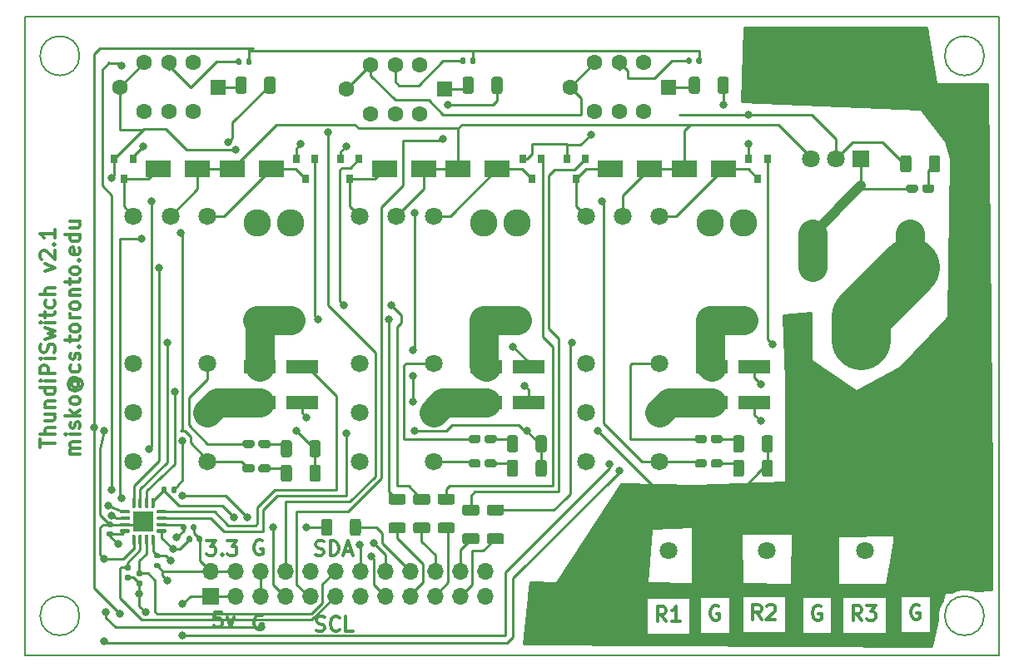
<source format=gbr>
%TF.GenerationSoftware,KiCad,Pcbnew,(5.1.9-0-10_14)*%
%TF.CreationDate,2021-04-22T23:32:40-07:00*%
%TF.ProjectId,thundipiswitch2,7468756e-6469-4706-9973-776974636832,rev?*%
%TF.SameCoordinates,Original*%
%TF.FileFunction,Copper,L1,Top*%
%TF.FilePolarity,Positive*%
%FSLAX46Y46*%
G04 Gerber Fmt 4.6, Leading zero omitted, Abs format (unit mm)*
G04 Created by KiCad (PCBNEW (5.1.9-0-10_14)) date 2021-04-22 23:32:40*
%MOMM*%
%LPD*%
G01*
G04 APERTURE LIST*
%TA.AperFunction,NonConductor*%
%ADD10C,0.300000*%
%TD*%
%TA.AperFunction,NonConductor*%
%ADD11C,0.200000*%
%TD*%
%TA.AperFunction,ComponentPad*%
%ADD12C,1.600000*%
%TD*%
%TA.AperFunction,ComponentPad*%
%ADD13R,1.600000X1.600000*%
%TD*%
%TA.AperFunction,ComponentPad*%
%ADD14O,1.700000X1.700000*%
%TD*%
%TA.AperFunction,ComponentPad*%
%ADD15R,1.700000X1.700000*%
%TD*%
%TA.AperFunction,SMDPad,CuDef*%
%ADD16R,3.300000X1.400000*%
%TD*%
%TA.AperFunction,SMDPad,CuDef*%
%ADD17R,2.100000X2.100000*%
%TD*%
%TA.AperFunction,ComponentPad*%
%ADD18R,1.800000X1.800000*%
%TD*%
%TA.AperFunction,ComponentPad*%
%ADD19C,1.800000*%
%TD*%
%TA.AperFunction,SMDPad,CuDef*%
%ADD20R,0.800000X0.900000*%
%TD*%
%TA.AperFunction,ComponentPad*%
%ADD21C,1.808000*%
%TD*%
%TA.AperFunction,ComponentPad*%
%ADD22C,1.803400*%
%TD*%
%TA.AperFunction,ComponentPad*%
%ADD23C,2.780000*%
%TD*%
%TA.AperFunction,SMDPad,CuDef*%
%ADD24R,2.500000X1.800000*%
%TD*%
%TA.AperFunction,ViaPad*%
%ADD25C,0.800000*%
%TD*%
%TA.AperFunction,Conductor*%
%ADD26C,0.250000*%
%TD*%
%TA.AperFunction,Conductor*%
%ADD27C,3.000000*%
%TD*%
%TA.AperFunction,Conductor*%
%ADD28C,1.000000*%
%TD*%
%TA.AperFunction,Conductor*%
%ADD29C,6.000000*%
%TD*%
%TA.AperFunction,Conductor*%
%ADD30C,4.000000*%
%TD*%
%TA.AperFunction,Conductor*%
%ADD31C,0.254000*%
%TD*%
%TA.AperFunction,Conductor*%
%ADD32C,0.100000*%
%TD*%
G04 APERTURE END LIST*
D10*
X139508571Y-109807142D02*
X139722857Y-109878571D01*
X140080000Y-109878571D01*
X140222857Y-109807142D01*
X140294285Y-109735714D01*
X140365714Y-109592857D01*
X140365714Y-109450000D01*
X140294285Y-109307142D01*
X140222857Y-109235714D01*
X140080000Y-109164285D01*
X139794285Y-109092857D01*
X139651428Y-109021428D01*
X139580000Y-108950000D01*
X139508571Y-108807142D01*
X139508571Y-108664285D01*
X139580000Y-108521428D01*
X139651428Y-108450000D01*
X139794285Y-108378571D01*
X140151428Y-108378571D01*
X140365714Y-108450000D01*
X141008571Y-109878571D02*
X141008571Y-108378571D01*
X141365714Y-108378571D01*
X141580000Y-108450000D01*
X141722857Y-108592857D01*
X141794285Y-108735714D01*
X141865714Y-109021428D01*
X141865714Y-109235714D01*
X141794285Y-109521428D01*
X141722857Y-109664285D01*
X141580000Y-109807142D01*
X141365714Y-109878571D01*
X141008571Y-109878571D01*
X142437142Y-109450000D02*
X143151428Y-109450000D01*
X142294285Y-109878571D02*
X142794285Y-108378571D01*
X143294285Y-109878571D01*
X139584285Y-117507142D02*
X139798571Y-117578571D01*
X140155714Y-117578571D01*
X140298571Y-117507142D01*
X140370000Y-117435714D01*
X140441428Y-117292857D01*
X140441428Y-117150000D01*
X140370000Y-117007142D01*
X140298571Y-116935714D01*
X140155714Y-116864285D01*
X139870000Y-116792857D01*
X139727142Y-116721428D01*
X139655714Y-116650000D01*
X139584285Y-116507142D01*
X139584285Y-116364285D01*
X139655714Y-116221428D01*
X139727142Y-116150000D01*
X139870000Y-116078571D01*
X140227142Y-116078571D01*
X140441428Y-116150000D01*
X141941428Y-117435714D02*
X141870000Y-117507142D01*
X141655714Y-117578571D01*
X141512857Y-117578571D01*
X141298571Y-117507142D01*
X141155714Y-117364285D01*
X141084285Y-117221428D01*
X141012857Y-116935714D01*
X141012857Y-116721428D01*
X141084285Y-116435714D01*
X141155714Y-116292857D01*
X141298571Y-116150000D01*
X141512857Y-116078571D01*
X141655714Y-116078571D01*
X141870000Y-116150000D01*
X141941428Y-116221428D01*
X143298571Y-117578571D02*
X142584285Y-117578571D01*
X142584285Y-116078571D01*
X134092857Y-116010000D02*
X133950000Y-115938571D01*
X133735714Y-115938571D01*
X133521428Y-116010000D01*
X133378571Y-116152857D01*
X133307142Y-116295714D01*
X133235714Y-116581428D01*
X133235714Y-116795714D01*
X133307142Y-117081428D01*
X133378571Y-117224285D01*
X133521428Y-117367142D01*
X133735714Y-117438571D01*
X133878571Y-117438571D01*
X134092857Y-117367142D01*
X134164285Y-117295714D01*
X134164285Y-116795714D01*
X133878571Y-116795714D01*
X134092857Y-108380000D02*
X133950000Y-108308571D01*
X133735714Y-108308571D01*
X133521428Y-108380000D01*
X133378571Y-108522857D01*
X133307142Y-108665714D01*
X133235714Y-108951428D01*
X133235714Y-109165714D01*
X133307142Y-109451428D01*
X133378571Y-109594285D01*
X133521428Y-109737142D01*
X133735714Y-109808571D01*
X133878571Y-109808571D01*
X134092857Y-109737142D01*
X134164285Y-109665714D01*
X134164285Y-109165714D01*
X133878571Y-109165714D01*
X129945714Y-115668571D02*
X129231428Y-115668571D01*
X129160000Y-116382857D01*
X129231428Y-116311428D01*
X129374285Y-116240000D01*
X129731428Y-116240000D01*
X129874285Y-116311428D01*
X129945714Y-116382857D01*
X130017142Y-116525714D01*
X130017142Y-116882857D01*
X129945714Y-117025714D01*
X129874285Y-117097142D01*
X129731428Y-117168571D01*
X129374285Y-117168571D01*
X129231428Y-117097142D01*
X129160000Y-117025714D01*
X130517142Y-116168571D02*
X130874285Y-117168571D01*
X131231428Y-116168571D01*
X128428571Y-108338571D02*
X129357142Y-108338571D01*
X128857142Y-108910000D01*
X129071428Y-108910000D01*
X129214285Y-108981428D01*
X129285714Y-109052857D01*
X129357142Y-109195714D01*
X129357142Y-109552857D01*
X129285714Y-109695714D01*
X129214285Y-109767142D01*
X129071428Y-109838571D01*
X128642857Y-109838571D01*
X128500000Y-109767142D01*
X128428571Y-109695714D01*
X130000000Y-109695714D02*
X130071428Y-109767142D01*
X130000000Y-109838571D01*
X129928571Y-109767142D01*
X130000000Y-109695714D01*
X130000000Y-109838571D01*
X130571428Y-108338571D02*
X131500000Y-108338571D01*
X131000000Y-108910000D01*
X131214285Y-108910000D01*
X131357142Y-108981428D01*
X131428571Y-109052857D01*
X131500000Y-109195714D01*
X131500000Y-109552857D01*
X131428571Y-109695714D01*
X131357142Y-109767142D01*
X131214285Y-109838571D01*
X130785714Y-109838571D01*
X130642857Y-109767142D01*
X130571428Y-109695714D01*
X200892857Y-114950000D02*
X200750000Y-114878571D01*
X200535714Y-114878571D01*
X200321428Y-114950000D01*
X200178571Y-115092857D01*
X200107142Y-115235714D01*
X200035714Y-115521428D01*
X200035714Y-115735714D01*
X200107142Y-116021428D01*
X200178571Y-116164285D01*
X200321428Y-116307142D01*
X200535714Y-116378571D01*
X200678571Y-116378571D01*
X200892857Y-116307142D01*
X200964285Y-116235714D01*
X200964285Y-115735714D01*
X200678571Y-115735714D01*
X190892857Y-115050000D02*
X190750000Y-114978571D01*
X190535714Y-114978571D01*
X190321428Y-115050000D01*
X190178571Y-115192857D01*
X190107142Y-115335714D01*
X190035714Y-115621428D01*
X190035714Y-115835714D01*
X190107142Y-116121428D01*
X190178571Y-116264285D01*
X190321428Y-116407142D01*
X190535714Y-116478571D01*
X190678571Y-116478571D01*
X190892857Y-116407142D01*
X190964285Y-116335714D01*
X190964285Y-115835714D01*
X190678571Y-115835714D01*
X180492857Y-115050000D02*
X180350000Y-114978571D01*
X180135714Y-114978571D01*
X179921428Y-115050000D01*
X179778571Y-115192857D01*
X179707142Y-115335714D01*
X179635714Y-115621428D01*
X179635714Y-115835714D01*
X179707142Y-116121428D01*
X179778571Y-116264285D01*
X179921428Y-116407142D01*
X180135714Y-116478571D01*
X180278571Y-116478571D01*
X180492857Y-116407142D01*
X180564285Y-116335714D01*
X180564285Y-115835714D01*
X180278571Y-115835714D01*
X175150000Y-116578571D02*
X174650000Y-115864285D01*
X174292857Y-116578571D02*
X174292857Y-115078571D01*
X174864285Y-115078571D01*
X175007142Y-115150000D01*
X175078571Y-115221428D01*
X175150000Y-115364285D01*
X175150000Y-115578571D01*
X175078571Y-115721428D01*
X175007142Y-115792857D01*
X174864285Y-115864285D01*
X174292857Y-115864285D01*
X176578571Y-116578571D02*
X175721428Y-116578571D01*
X176150000Y-116578571D02*
X176150000Y-115078571D01*
X176007142Y-115292857D01*
X175864285Y-115435714D01*
X175721428Y-115507142D01*
X184850000Y-116378571D02*
X184350000Y-115664285D01*
X183992857Y-116378571D02*
X183992857Y-114878571D01*
X184564285Y-114878571D01*
X184707142Y-114950000D01*
X184778571Y-115021428D01*
X184850000Y-115164285D01*
X184850000Y-115378571D01*
X184778571Y-115521428D01*
X184707142Y-115592857D01*
X184564285Y-115664285D01*
X183992857Y-115664285D01*
X185421428Y-115021428D02*
X185492857Y-114950000D01*
X185635714Y-114878571D01*
X185992857Y-114878571D01*
X186135714Y-114950000D01*
X186207142Y-115021428D01*
X186278571Y-115164285D01*
X186278571Y-115307142D01*
X186207142Y-115521428D01*
X185350000Y-116378571D01*
X186278571Y-116378571D01*
X195050000Y-116478571D02*
X194550000Y-115764285D01*
X194192857Y-116478571D02*
X194192857Y-114978571D01*
X194764285Y-114978571D01*
X194907142Y-115050000D01*
X194978571Y-115121428D01*
X195050000Y-115264285D01*
X195050000Y-115478571D01*
X194978571Y-115621428D01*
X194907142Y-115692857D01*
X194764285Y-115764285D01*
X194192857Y-115764285D01*
X195550000Y-114978571D02*
X196478571Y-114978571D01*
X195978571Y-115550000D01*
X196192857Y-115550000D01*
X196335714Y-115621428D01*
X196407142Y-115692857D01*
X196478571Y-115835714D01*
X196478571Y-116192857D01*
X196407142Y-116335714D01*
X196335714Y-116407142D01*
X196192857Y-116478571D01*
X195764285Y-116478571D01*
X195621428Y-116407142D01*
X195550000Y-116335714D01*
D11*
X207500000Y-116000000D02*
G75*
G03*
X207500000Y-116000000I-2000000J0D01*
G01*
X115500000Y-116000000D02*
G75*
G03*
X115500000Y-116000000I-2000000J0D01*
G01*
X115500000Y-59000000D02*
G75*
G03*
X115500000Y-59000000I-2000000J0D01*
G01*
X207500000Y-59000000D02*
G75*
G03*
X207500000Y-59000000I-2000000J0D01*
G01*
X110000000Y-120000000D02*
X209000000Y-120000000D01*
X110000000Y-55000000D02*
X209000000Y-55000000D01*
X209000000Y-55000000D02*
X209000000Y-120000000D01*
X110000000Y-55000000D02*
X110000000Y-120000000D01*
D10*
X111503571Y-98842857D02*
X111503571Y-97985714D01*
X113003571Y-98414285D02*
X111503571Y-98414285D01*
X113003571Y-97485714D02*
X111503571Y-97485714D01*
X113003571Y-96842857D02*
X112217857Y-96842857D01*
X112075000Y-96914285D01*
X112003571Y-97057142D01*
X112003571Y-97271428D01*
X112075000Y-97414285D01*
X112146428Y-97485714D01*
X112003571Y-95485714D02*
X113003571Y-95485714D01*
X112003571Y-96128571D02*
X112789285Y-96128571D01*
X112932142Y-96057142D01*
X113003571Y-95914285D01*
X113003571Y-95700000D01*
X112932142Y-95557142D01*
X112860714Y-95485714D01*
X112003571Y-94771428D02*
X113003571Y-94771428D01*
X112146428Y-94771428D02*
X112075000Y-94700000D01*
X112003571Y-94557142D01*
X112003571Y-94342857D01*
X112075000Y-94200000D01*
X112217857Y-94128571D01*
X113003571Y-94128571D01*
X113003571Y-92771428D02*
X111503571Y-92771428D01*
X112932142Y-92771428D02*
X113003571Y-92914285D01*
X113003571Y-93200000D01*
X112932142Y-93342857D01*
X112860714Y-93414285D01*
X112717857Y-93485714D01*
X112289285Y-93485714D01*
X112146428Y-93414285D01*
X112075000Y-93342857D01*
X112003571Y-93200000D01*
X112003571Y-92914285D01*
X112075000Y-92771428D01*
X113003571Y-92057142D02*
X112003571Y-92057142D01*
X111503571Y-92057142D02*
X111575000Y-92128571D01*
X111646428Y-92057142D01*
X111575000Y-91985714D01*
X111503571Y-92057142D01*
X111646428Y-92057142D01*
X113003571Y-91342857D02*
X111503571Y-91342857D01*
X111503571Y-90771428D01*
X111575000Y-90628571D01*
X111646428Y-90557142D01*
X111789285Y-90485714D01*
X112003571Y-90485714D01*
X112146428Y-90557142D01*
X112217857Y-90628571D01*
X112289285Y-90771428D01*
X112289285Y-91342857D01*
X113003571Y-89842857D02*
X112003571Y-89842857D01*
X111503571Y-89842857D02*
X111575000Y-89914285D01*
X111646428Y-89842857D01*
X111575000Y-89771428D01*
X111503571Y-89842857D01*
X111646428Y-89842857D01*
X112932142Y-89200000D02*
X113003571Y-88985714D01*
X113003571Y-88628571D01*
X112932142Y-88485714D01*
X112860714Y-88414285D01*
X112717857Y-88342857D01*
X112575000Y-88342857D01*
X112432142Y-88414285D01*
X112360714Y-88485714D01*
X112289285Y-88628571D01*
X112217857Y-88914285D01*
X112146428Y-89057142D01*
X112075000Y-89128571D01*
X111932142Y-89200000D01*
X111789285Y-89200000D01*
X111646428Y-89128571D01*
X111575000Y-89057142D01*
X111503571Y-88914285D01*
X111503571Y-88557142D01*
X111575000Y-88342857D01*
X112003571Y-87842857D02*
X113003571Y-87557142D01*
X112289285Y-87271428D01*
X113003571Y-86985714D01*
X112003571Y-86700000D01*
X113003571Y-86128571D02*
X112003571Y-86128571D01*
X111503571Y-86128571D02*
X111575000Y-86200000D01*
X111646428Y-86128571D01*
X111575000Y-86057142D01*
X111503571Y-86128571D01*
X111646428Y-86128571D01*
X112003571Y-85628571D02*
X112003571Y-85057142D01*
X111503571Y-85414285D02*
X112789285Y-85414285D01*
X112932142Y-85342857D01*
X113003571Y-85200000D01*
X113003571Y-85057142D01*
X112932142Y-83914285D02*
X113003571Y-84057142D01*
X113003571Y-84342857D01*
X112932142Y-84485714D01*
X112860714Y-84557142D01*
X112717857Y-84628571D01*
X112289285Y-84628571D01*
X112146428Y-84557142D01*
X112075000Y-84485714D01*
X112003571Y-84342857D01*
X112003571Y-84057142D01*
X112075000Y-83914285D01*
X113003571Y-83271428D02*
X111503571Y-83271428D01*
X113003571Y-82628571D02*
X112217857Y-82628571D01*
X112075000Y-82700000D01*
X112003571Y-82842857D01*
X112003571Y-83057142D01*
X112075000Y-83200000D01*
X112146428Y-83271428D01*
X112003571Y-80914285D02*
X113003571Y-80557142D01*
X112003571Y-80200000D01*
X111646428Y-79700000D02*
X111575000Y-79628571D01*
X111503571Y-79485714D01*
X111503571Y-79128571D01*
X111575000Y-78985714D01*
X111646428Y-78914285D01*
X111789285Y-78842857D01*
X111932142Y-78842857D01*
X112146428Y-78914285D01*
X113003571Y-79771428D01*
X113003571Y-78842857D01*
X112860714Y-78200000D02*
X112932142Y-78128571D01*
X113003571Y-78200000D01*
X112932142Y-78271428D01*
X112860714Y-78200000D01*
X113003571Y-78200000D01*
X113003571Y-76700000D02*
X113003571Y-77557142D01*
X113003571Y-77128571D02*
X111503571Y-77128571D01*
X111717857Y-77271428D01*
X111860714Y-77414285D01*
X111932142Y-77557142D01*
X115553571Y-99557142D02*
X114553571Y-99557142D01*
X114696428Y-99557142D02*
X114625000Y-99485714D01*
X114553571Y-99342857D01*
X114553571Y-99128571D01*
X114625000Y-98985714D01*
X114767857Y-98914285D01*
X115553571Y-98914285D01*
X114767857Y-98914285D02*
X114625000Y-98842857D01*
X114553571Y-98700000D01*
X114553571Y-98485714D01*
X114625000Y-98342857D01*
X114767857Y-98271428D01*
X115553571Y-98271428D01*
X115553571Y-97557142D02*
X114553571Y-97557142D01*
X114053571Y-97557142D02*
X114125000Y-97628571D01*
X114196428Y-97557142D01*
X114125000Y-97485714D01*
X114053571Y-97557142D01*
X114196428Y-97557142D01*
X115482142Y-96914285D02*
X115553571Y-96771428D01*
X115553571Y-96485714D01*
X115482142Y-96342857D01*
X115339285Y-96271428D01*
X115267857Y-96271428D01*
X115125000Y-96342857D01*
X115053571Y-96485714D01*
X115053571Y-96700000D01*
X114982142Y-96842857D01*
X114839285Y-96914285D01*
X114767857Y-96914285D01*
X114625000Y-96842857D01*
X114553571Y-96700000D01*
X114553571Y-96485714D01*
X114625000Y-96342857D01*
X115553571Y-95628571D02*
X114053571Y-95628571D01*
X114982142Y-95485714D02*
X115553571Y-95057142D01*
X114553571Y-95057142D02*
X115125000Y-95628571D01*
X115553571Y-94200000D02*
X115482142Y-94342857D01*
X115410714Y-94414285D01*
X115267857Y-94485714D01*
X114839285Y-94485714D01*
X114696428Y-94414285D01*
X114625000Y-94342857D01*
X114553571Y-94200000D01*
X114553571Y-93985714D01*
X114625000Y-93842857D01*
X114696428Y-93771428D01*
X114839285Y-93700000D01*
X115267857Y-93700000D01*
X115410714Y-93771428D01*
X115482142Y-93842857D01*
X115553571Y-93985714D01*
X115553571Y-94200000D01*
X114839285Y-92128571D02*
X114767857Y-92200000D01*
X114696428Y-92342857D01*
X114696428Y-92485714D01*
X114767857Y-92628571D01*
X114839285Y-92700000D01*
X114982142Y-92771428D01*
X115125000Y-92771428D01*
X115267857Y-92700000D01*
X115339285Y-92628571D01*
X115410714Y-92485714D01*
X115410714Y-92342857D01*
X115339285Y-92200000D01*
X115267857Y-92128571D01*
X114696428Y-92128571D02*
X115267857Y-92128571D01*
X115339285Y-92057142D01*
X115339285Y-91985714D01*
X115267857Y-91842857D01*
X115125000Y-91771428D01*
X114767857Y-91771428D01*
X114553571Y-91914285D01*
X114410714Y-92128571D01*
X114339285Y-92414285D01*
X114410714Y-92700000D01*
X114553571Y-92914285D01*
X114767857Y-93057142D01*
X115053571Y-93128571D01*
X115339285Y-93057142D01*
X115553571Y-92914285D01*
X115696428Y-92700000D01*
X115767857Y-92414285D01*
X115696428Y-92128571D01*
X115553571Y-91914285D01*
X115482142Y-90485714D02*
X115553571Y-90628571D01*
X115553571Y-90914285D01*
X115482142Y-91057142D01*
X115410714Y-91128571D01*
X115267857Y-91200000D01*
X114839285Y-91200000D01*
X114696428Y-91128571D01*
X114625000Y-91057142D01*
X114553571Y-90914285D01*
X114553571Y-90628571D01*
X114625000Y-90485714D01*
X115482142Y-89914285D02*
X115553571Y-89771428D01*
X115553571Y-89485714D01*
X115482142Y-89342857D01*
X115339285Y-89271428D01*
X115267857Y-89271428D01*
X115125000Y-89342857D01*
X115053571Y-89485714D01*
X115053571Y-89700000D01*
X114982142Y-89842857D01*
X114839285Y-89914285D01*
X114767857Y-89914285D01*
X114625000Y-89842857D01*
X114553571Y-89700000D01*
X114553571Y-89485714D01*
X114625000Y-89342857D01*
X115410714Y-88628571D02*
X115482142Y-88557142D01*
X115553571Y-88628571D01*
X115482142Y-88700000D01*
X115410714Y-88628571D01*
X115553571Y-88628571D01*
X114553571Y-88128571D02*
X114553571Y-87557142D01*
X114053571Y-87914285D02*
X115339285Y-87914285D01*
X115482142Y-87842857D01*
X115553571Y-87700000D01*
X115553571Y-87557142D01*
X115553571Y-86842857D02*
X115482142Y-86985714D01*
X115410714Y-87057142D01*
X115267857Y-87128571D01*
X114839285Y-87128571D01*
X114696428Y-87057142D01*
X114625000Y-86985714D01*
X114553571Y-86842857D01*
X114553571Y-86628571D01*
X114625000Y-86485714D01*
X114696428Y-86414285D01*
X114839285Y-86342857D01*
X115267857Y-86342857D01*
X115410714Y-86414285D01*
X115482142Y-86485714D01*
X115553571Y-86628571D01*
X115553571Y-86842857D01*
X115553571Y-85700000D02*
X114553571Y-85700000D01*
X114839285Y-85700000D02*
X114696428Y-85628571D01*
X114625000Y-85557142D01*
X114553571Y-85414285D01*
X114553571Y-85271428D01*
X115553571Y-84557142D02*
X115482142Y-84700000D01*
X115410714Y-84771428D01*
X115267857Y-84842857D01*
X114839285Y-84842857D01*
X114696428Y-84771428D01*
X114625000Y-84700000D01*
X114553571Y-84557142D01*
X114553571Y-84342857D01*
X114625000Y-84200000D01*
X114696428Y-84128571D01*
X114839285Y-84057142D01*
X115267857Y-84057142D01*
X115410714Y-84128571D01*
X115482142Y-84200000D01*
X115553571Y-84342857D01*
X115553571Y-84557142D01*
X114553571Y-83414285D02*
X115553571Y-83414285D01*
X114696428Y-83414285D02*
X114625000Y-83342857D01*
X114553571Y-83200000D01*
X114553571Y-82985714D01*
X114625000Y-82842857D01*
X114767857Y-82771428D01*
X115553571Y-82771428D01*
X114553571Y-82271428D02*
X114553571Y-81700000D01*
X114053571Y-82057142D02*
X115339285Y-82057142D01*
X115482142Y-81985714D01*
X115553571Y-81842857D01*
X115553571Y-81700000D01*
X115553571Y-80985714D02*
X115482142Y-81128571D01*
X115410714Y-81200000D01*
X115267857Y-81271428D01*
X114839285Y-81271428D01*
X114696428Y-81200000D01*
X114625000Y-81128571D01*
X114553571Y-80985714D01*
X114553571Y-80771428D01*
X114625000Y-80628571D01*
X114696428Y-80557142D01*
X114839285Y-80485714D01*
X115267857Y-80485714D01*
X115410714Y-80557142D01*
X115482142Y-80628571D01*
X115553571Y-80771428D01*
X115553571Y-80985714D01*
X115410714Y-79842857D02*
X115482142Y-79771428D01*
X115553571Y-79842857D01*
X115482142Y-79914285D01*
X115410714Y-79842857D01*
X115553571Y-79842857D01*
X115482142Y-78557142D02*
X115553571Y-78700000D01*
X115553571Y-78985714D01*
X115482142Y-79128571D01*
X115339285Y-79200000D01*
X114767857Y-79200000D01*
X114625000Y-79128571D01*
X114553571Y-78985714D01*
X114553571Y-78700000D01*
X114625000Y-78557142D01*
X114767857Y-78485714D01*
X114910714Y-78485714D01*
X115053571Y-79200000D01*
X115553571Y-77200000D02*
X114053571Y-77200000D01*
X115482142Y-77200000D02*
X115553571Y-77342857D01*
X115553571Y-77628571D01*
X115482142Y-77771428D01*
X115410714Y-77842857D01*
X115267857Y-77914285D01*
X114839285Y-77914285D01*
X114696428Y-77842857D01*
X114625000Y-77771428D01*
X114553571Y-77628571D01*
X114553571Y-77342857D01*
X114625000Y-77200000D01*
X114553571Y-75842857D02*
X115553571Y-75842857D01*
X114553571Y-76485714D02*
X115339285Y-76485714D01*
X115482142Y-76414285D01*
X115553571Y-76271428D01*
X115553571Y-76057142D01*
X115482142Y-75914285D01*
X115410714Y-75842857D01*
%TO.P,R28,2*%
%TO.N,Net-(J2-Pad18)*%
%TA.AperFunction,SMDPad,CuDef*%
G36*
G01*
X143000000Y-107625001D02*
X143000000Y-106374999D01*
G75*
G02*
X143249999Y-106125000I249999J0D01*
G01*
X143875001Y-106125000D01*
G75*
G02*
X144125000Y-106374999I0J-249999D01*
G01*
X144125000Y-107625001D01*
G75*
G02*
X143875001Y-107875000I-249999J0D01*
G01*
X143249999Y-107875000D01*
G75*
G02*
X143000000Y-107625001I0J249999D01*
G01*
G37*
%TD.AperFunction*%
%TO.P,R28,1*%
%TO.N,/Relay1_RESET*%
%TA.AperFunction,SMDPad,CuDef*%
G36*
G01*
X140075000Y-107625001D02*
X140075000Y-106374999D01*
G75*
G02*
X140324999Y-106125000I249999J0D01*
G01*
X140950001Y-106125000D01*
G75*
G02*
X141200000Y-106374999I0J-249999D01*
G01*
X141200000Y-107625001D01*
G75*
G02*
X140950001Y-107875000I-249999J0D01*
G01*
X140324999Y-107875000D01*
G75*
G02*
X140075000Y-107625001I0J249999D01*
G01*
G37*
%TD.AperFunction*%
%TD*%
%TO.P,R27,2*%
%TO.N,Net-(J2-Pad20)*%
%TA.AperFunction,SMDPad,CuDef*%
G36*
G01*
X149674999Y-106500000D02*
X150925001Y-106500000D01*
G75*
G02*
X151175000Y-106749999I0J-249999D01*
G01*
X151175000Y-107375001D01*
G75*
G02*
X150925001Y-107625000I-249999J0D01*
G01*
X149674999Y-107625000D01*
G75*
G02*
X149425000Y-107375001I0J249999D01*
G01*
X149425000Y-106749999D01*
G75*
G02*
X149674999Y-106500000I249999J0D01*
G01*
G37*
%TD.AperFunction*%
%TO.P,R27,1*%
%TO.N,/Relay2_RESET*%
%TA.AperFunction,SMDPad,CuDef*%
G36*
G01*
X149674999Y-103575000D02*
X150925001Y-103575000D01*
G75*
G02*
X151175000Y-103824999I0J-249999D01*
G01*
X151175000Y-104450001D01*
G75*
G02*
X150925001Y-104700000I-249999J0D01*
G01*
X149674999Y-104700000D01*
G75*
G02*
X149425000Y-104450001I0J249999D01*
G01*
X149425000Y-103824999D01*
G75*
G02*
X149674999Y-103575000I249999J0D01*
G01*
G37*
%TD.AperFunction*%
%TD*%
%TO.P,R26,2*%
%TO.N,Net-(J2-Pad22)*%
%TA.AperFunction,SMDPad,CuDef*%
G36*
G01*
X154674999Y-107600000D02*
X155925001Y-107600000D01*
G75*
G02*
X156175000Y-107849999I0J-249999D01*
G01*
X156175000Y-108475001D01*
G75*
G02*
X155925001Y-108725000I-249999J0D01*
G01*
X154674999Y-108725000D01*
G75*
G02*
X154425000Y-108475001I0J249999D01*
G01*
X154425000Y-107849999D01*
G75*
G02*
X154674999Y-107600000I249999J0D01*
G01*
G37*
%TD.AperFunction*%
%TO.P,R26,1*%
%TO.N,/Relay3_RESET*%
%TA.AperFunction,SMDPad,CuDef*%
G36*
G01*
X154674999Y-104675000D02*
X155925001Y-104675000D01*
G75*
G02*
X156175000Y-104924999I0J-249999D01*
G01*
X156175000Y-105550001D01*
G75*
G02*
X155925001Y-105800000I-249999J0D01*
G01*
X154674999Y-105800000D01*
G75*
G02*
X154425000Y-105550001I0J249999D01*
G01*
X154425000Y-104924999D01*
G75*
G02*
X154674999Y-104675000I249999J0D01*
G01*
G37*
%TD.AperFunction*%
%TD*%
%TO.P,R25,2*%
%TO.N,/Relay3_SET*%
%TA.AperFunction,SMDPad,CuDef*%
G36*
G01*
X158425001Y-105800000D02*
X157174999Y-105800000D01*
G75*
G02*
X156925000Y-105550001I0J249999D01*
G01*
X156925000Y-104924999D01*
G75*
G02*
X157174999Y-104675000I249999J0D01*
G01*
X158425001Y-104675000D01*
G75*
G02*
X158675000Y-104924999I0J-249999D01*
G01*
X158675000Y-105550001D01*
G75*
G02*
X158425001Y-105800000I-249999J0D01*
G01*
G37*
%TD.AperFunction*%
%TO.P,R25,1*%
%TO.N,Net-(J2-Pad21)*%
%TA.AperFunction,SMDPad,CuDef*%
G36*
G01*
X158425001Y-108725000D02*
X157174999Y-108725000D01*
G75*
G02*
X156925000Y-108475001I0J249999D01*
G01*
X156925000Y-107849999D01*
G75*
G02*
X157174999Y-107600000I249999J0D01*
G01*
X158425001Y-107600000D01*
G75*
G02*
X158675000Y-107849999I0J-249999D01*
G01*
X158675000Y-108475001D01*
G75*
G02*
X158425001Y-108725000I-249999J0D01*
G01*
G37*
%TD.AperFunction*%
%TD*%
%TO.P,R24,2*%
%TO.N,/Relay2_SET*%
%TA.AperFunction,SMDPad,CuDef*%
G36*
G01*
X153425001Y-104700000D02*
X152174999Y-104700000D01*
G75*
G02*
X151925000Y-104450001I0J249999D01*
G01*
X151925000Y-103824999D01*
G75*
G02*
X152174999Y-103575000I249999J0D01*
G01*
X153425001Y-103575000D01*
G75*
G02*
X153675000Y-103824999I0J-249999D01*
G01*
X153675000Y-104450001D01*
G75*
G02*
X153425001Y-104700000I-249999J0D01*
G01*
G37*
%TD.AperFunction*%
%TO.P,R24,1*%
%TO.N,Net-(J2-Pad19)*%
%TA.AperFunction,SMDPad,CuDef*%
G36*
G01*
X153425001Y-107625000D02*
X152174999Y-107625000D01*
G75*
G02*
X151925000Y-107375001I0J249999D01*
G01*
X151925000Y-106749999D01*
G75*
G02*
X152174999Y-106500000I249999J0D01*
G01*
X153425001Y-106500000D01*
G75*
G02*
X153675000Y-106749999I0J-249999D01*
G01*
X153675000Y-107375001D01*
G75*
G02*
X153425001Y-107625000I-249999J0D01*
G01*
G37*
%TD.AperFunction*%
%TD*%
%TO.P,R23,2*%
%TO.N,/Relay1_SET*%
%TA.AperFunction,SMDPad,CuDef*%
G36*
G01*
X148425001Y-104700000D02*
X147174999Y-104700000D01*
G75*
G02*
X146925000Y-104450001I0J249999D01*
G01*
X146925000Y-103824999D01*
G75*
G02*
X147174999Y-103575000I249999J0D01*
G01*
X148425001Y-103575000D01*
G75*
G02*
X148675000Y-103824999I0J-249999D01*
G01*
X148675000Y-104450001D01*
G75*
G02*
X148425001Y-104700000I-249999J0D01*
G01*
G37*
%TD.AperFunction*%
%TO.P,R23,1*%
%TO.N,Net-(J2-Pad17)*%
%TA.AperFunction,SMDPad,CuDef*%
G36*
G01*
X148425001Y-107625000D02*
X147174999Y-107625000D01*
G75*
G02*
X146925000Y-107375001I0J249999D01*
G01*
X146925000Y-106749999D01*
G75*
G02*
X147174999Y-106500000I249999J0D01*
G01*
X148425001Y-106500000D01*
G75*
G02*
X148675000Y-106749999I0J-249999D01*
G01*
X148675000Y-107375001D01*
G75*
G02*
X148425001Y-107625000I-249999J0D01*
G01*
G37*
%TD.AperFunction*%
%TD*%
D12*
%TO.P,S2,1*%
%TO.N,Net-(S2-Pad1)*%
X127100000Y-59700000D03*
%TO.P,S2,2*%
%TO.N,/Button1*%
X124600000Y-59700000D03*
%TO.P,S2,3*%
%TO.N,GND*%
X122100000Y-59700000D03*
%TO.P,S2,4*%
%TO.N,Net-(S2-Pad4)*%
X127100000Y-64700000D03*
%TO.P,S2,5*%
%TO.N,Net-(S2-Pad5)*%
X124600000Y-64700000D03*
%TO.P,S2,6*%
%TO.N,Net-(S2-Pad6)*%
X122100000Y-64700000D03*
D13*
%TO.P,S2,L1*%
%TO.N,Net-(R8-Pad2)*%
X129600000Y-62200000D03*
D12*
%TO.P,S2,L2*%
%TO.N,GND*%
X119600000Y-62200000D03*
%TD*%
%TO.P,S1,1*%
%TO.N,Net-(S1-Pad1)*%
X150100000Y-59900000D03*
%TO.P,S1,2*%
%TO.N,/Button2*%
X147600000Y-59900000D03*
%TO.P,S1,3*%
%TO.N,GND*%
X145100000Y-59900000D03*
%TO.P,S1,4*%
%TO.N,Net-(S1-Pad4)*%
X150100000Y-64900000D03*
%TO.P,S1,5*%
%TO.N,Net-(S1-Pad5)*%
X147600000Y-64900000D03*
%TO.P,S1,6*%
%TO.N,Net-(S1-Pad6)*%
X145100000Y-64900000D03*
D13*
%TO.P,S1,L1*%
%TO.N,Net-(R6-Pad2)*%
X152600000Y-62400000D03*
D12*
%TO.P,S1,L2*%
%TO.N,GND*%
X142600000Y-62400000D03*
%TD*%
%TO.P,S3,1*%
%TO.N,Net-(S3-Pad1)*%
X172900000Y-59700000D03*
%TO.P,S3,2*%
%TO.N,/Button3*%
X170400000Y-59700000D03*
%TO.P,S3,3*%
%TO.N,GND*%
X167900000Y-59700000D03*
%TO.P,S3,4*%
%TO.N,Net-(S3-Pad4)*%
X172900000Y-64700000D03*
%TO.P,S3,5*%
%TO.N,Net-(S3-Pad5)*%
X170400000Y-64700000D03*
%TO.P,S3,6*%
%TO.N,Net-(S3-Pad6)*%
X167900000Y-64700000D03*
D13*
%TO.P,S3,L1*%
%TO.N,Net-(R12-Pad2)*%
X175400000Y-62200000D03*
D12*
%TO.P,S3,L2*%
%TO.N,GND*%
X165400000Y-62200000D03*
%TD*%
D14*
%TO.P,J2,24*%
%TO.N,Net-(J2-Pad24)*%
X156740000Y-111460000D03*
%TO.P,J2,23*%
%TO.N,Net-(J2-Pad23)*%
X156740000Y-114000000D03*
%TO.P,J2,22*%
%TO.N,Net-(J2-Pad22)*%
X154200000Y-111460000D03*
%TO.P,J2,21*%
%TO.N,Net-(J2-Pad21)*%
X154200000Y-114000000D03*
%TO.P,J2,20*%
%TO.N,Net-(J2-Pad20)*%
X151660000Y-111460000D03*
%TO.P,J2,19*%
%TO.N,Net-(J2-Pad19)*%
X151660000Y-114000000D03*
%TO.P,J2,18*%
%TO.N,Net-(J2-Pad18)*%
X149120000Y-111460000D03*
%TO.P,J2,17*%
%TO.N,Net-(J2-Pad17)*%
X149120000Y-114000000D03*
%TO.P,J2,16*%
%TO.N,/INA3221_TC*%
X146580000Y-111460000D03*
%TO.P,J2,15*%
%TO.N,/INA3221_CRITICAL*%
X146580000Y-114000000D03*
%TO.P,J2,14*%
%TO.N,/INA3221_PV*%
X144040000Y-111460000D03*
%TO.P,J2,13*%
%TO.N,/INA3221_WARNING*%
X144040000Y-114000000D03*
%TO.P,J2,12*%
%TO.N,/SDA*%
X141500000Y-111460000D03*
%TO.P,J2,11*%
%TO.N,/SCL*%
X141500000Y-114000000D03*
%TO.P,J2,10*%
%TO.N,Net-(J2-Pad10)*%
X138960000Y-111460000D03*
%TO.P,J2,9*%
%TO.N,/Button3*%
X138960000Y-114000000D03*
%TO.P,J2,8*%
%TO.N,/Button2*%
X136420000Y-111460000D03*
%TO.P,J2,7*%
%TO.N,/Button1*%
X136420000Y-114000000D03*
%TO.P,J2,6*%
%TO.N,GND*%
X133880000Y-111460000D03*
%TO.P,J2,5*%
X133880000Y-114000000D03*
%TO.P,J2,4*%
%TO.N,+3V3*%
X131340000Y-111460000D03*
%TO.P,J2,3*%
%TO.N,+5V*%
X131340000Y-114000000D03*
%TO.P,J2,2*%
%TO.N,+3V3*%
X128800000Y-111460000D03*
D15*
%TO.P,J2,1*%
%TO.N,+5V*%
X128800000Y-114000000D03*
%TD*%
D16*
%TO.P,R3,4*%
%TO.N,/Relay3_C*%
X179850000Y-94300000D03*
%TO.P,R3,1*%
%TO.N,Net-(F3-Pad2)*%
X179850000Y-90700000D03*
%TO.P,R3,3*%
%TO.N,Net-(R3-Pad3)*%
X184150000Y-94300000D03*
%TO.P,R3,2*%
%TO.N,Net-(R3-Pad2)*%
X184150000Y-90700000D03*
%TD*%
%TO.P,R2,4*%
%TO.N,/Relay2_C*%
X156850000Y-94300000D03*
%TO.P,R2,1*%
%TO.N,Net-(F2-Pad2)*%
X156850000Y-90700000D03*
%TO.P,R2,3*%
%TO.N,Net-(R2-Pad3)*%
X161150000Y-94300000D03*
%TO.P,R2,2*%
%TO.N,Net-(R2-Pad2)*%
X161150000Y-90700000D03*
%TD*%
%TO.P,R1,4*%
%TO.N,/Relay1_C*%
X133850000Y-94300000D03*
%TO.P,R1,1*%
%TO.N,Net-(F1-Pad2)*%
X133850000Y-90700000D03*
%TO.P,R1,3*%
%TO.N,Net-(R1-Pad3)*%
X138150000Y-94300000D03*
%TO.P,R1,2*%
%TO.N,Net-(R1-Pad2)*%
X138150000Y-90700000D03*
%TD*%
%TO.P,C1,2*%
%TO.N,+3V3*%
%TA.AperFunction,SMDPad,CuDef*%
G36*
G01*
X118430000Y-107400000D02*
X118770000Y-107400000D01*
G75*
G02*
X118910000Y-107540000I0J-140000D01*
G01*
X118910000Y-107820000D01*
G75*
G02*
X118770000Y-107960000I-140000J0D01*
G01*
X118430000Y-107960000D01*
G75*
G02*
X118290000Y-107820000I0J140000D01*
G01*
X118290000Y-107540000D01*
G75*
G02*
X118430000Y-107400000I140000J0D01*
G01*
G37*
%TD.AperFunction*%
%TO.P,C1,1*%
%TO.N,GND*%
%TA.AperFunction,SMDPad,CuDef*%
G36*
G01*
X118430000Y-106440000D02*
X118770000Y-106440000D01*
G75*
G02*
X118910000Y-106580000I0J-140000D01*
G01*
X118910000Y-106860000D01*
G75*
G02*
X118770000Y-107000000I-140000J0D01*
G01*
X118430000Y-107000000D01*
G75*
G02*
X118290000Y-106860000I0J140000D01*
G01*
X118290000Y-106580000D01*
G75*
G02*
X118430000Y-106440000I140000J0D01*
G01*
G37*
%TD.AperFunction*%
%TD*%
D17*
%TO.P,U2,17*%
%TO.N,GND*%
X122000000Y-106400000D03*
%TO.P,U2,16*%
%TO.N,+12V*%
%TA.AperFunction,SMDPad,CuDef*%
G36*
G01*
X120850000Y-104962500D02*
X120850000Y-104112500D01*
G75*
G02*
X120937500Y-104025000I87500J0D01*
G01*
X121112500Y-104025000D01*
G75*
G02*
X121200000Y-104112500I0J-87500D01*
G01*
X121200000Y-104962500D01*
G75*
G02*
X121112500Y-105050000I-87500J0D01*
G01*
X120937500Y-105050000D01*
G75*
G02*
X120850000Y-104962500I0J87500D01*
G01*
G37*
%TD.AperFunction*%
%TO.P,U2,15*%
%TO.N,Net-(R2-Pad2)*%
%TA.AperFunction,SMDPad,CuDef*%
G36*
G01*
X121500000Y-104962500D02*
X121500000Y-104112500D01*
G75*
G02*
X121587500Y-104025000I87500J0D01*
G01*
X121762500Y-104025000D01*
G75*
G02*
X121850000Y-104112500I0J-87500D01*
G01*
X121850000Y-104962500D01*
G75*
G02*
X121762500Y-105050000I-87500J0D01*
G01*
X121587500Y-105050000D01*
G75*
G02*
X121500000Y-104962500I0J87500D01*
G01*
G37*
%TD.AperFunction*%
%TO.P,U2,14*%
%TO.N,Net-(R2-Pad3)*%
%TA.AperFunction,SMDPad,CuDef*%
G36*
G01*
X122150000Y-104962500D02*
X122150000Y-104112500D01*
G75*
G02*
X122237500Y-104025000I87500J0D01*
G01*
X122412500Y-104025000D01*
G75*
G02*
X122500000Y-104112500I0J-87500D01*
G01*
X122500000Y-104962500D01*
G75*
G02*
X122412500Y-105050000I-87500J0D01*
G01*
X122237500Y-105050000D01*
G75*
G02*
X122150000Y-104962500I0J87500D01*
G01*
G37*
%TD.AperFunction*%
%TO.P,U2,13*%
%TO.N,/INA3221_TC*%
%TA.AperFunction,SMDPad,CuDef*%
G36*
G01*
X122800000Y-104962500D02*
X122800000Y-104112500D01*
G75*
G02*
X122887500Y-104025000I87500J0D01*
G01*
X123062500Y-104025000D01*
G75*
G02*
X123150000Y-104112500I0J-87500D01*
G01*
X123150000Y-104962500D01*
G75*
G02*
X123062500Y-105050000I-87500J0D01*
G01*
X122887500Y-105050000D01*
G75*
G02*
X122800000Y-104962500I0J87500D01*
G01*
G37*
%TD.AperFunction*%
%TO.P,U2,12*%
%TO.N,Net-(R1-Pad2)*%
%TA.AperFunction,SMDPad,CuDef*%
G36*
G01*
X123350000Y-105512500D02*
X123350000Y-105337500D01*
G75*
G02*
X123437500Y-105250000I87500J0D01*
G01*
X124287500Y-105250000D01*
G75*
G02*
X124375000Y-105337500I0J-87500D01*
G01*
X124375000Y-105512500D01*
G75*
G02*
X124287500Y-105600000I-87500J0D01*
G01*
X123437500Y-105600000D01*
G75*
G02*
X123350000Y-105512500I0J87500D01*
G01*
G37*
%TD.AperFunction*%
%TO.P,U2,11*%
%TO.N,Net-(R1-Pad3)*%
%TA.AperFunction,SMDPad,CuDef*%
G36*
G01*
X123350000Y-106162500D02*
X123350000Y-105987500D01*
G75*
G02*
X123437500Y-105900000I87500J0D01*
G01*
X124287500Y-105900000D01*
G75*
G02*
X124375000Y-105987500I0J-87500D01*
G01*
X124375000Y-106162500D01*
G75*
G02*
X124287500Y-106250000I-87500J0D01*
G01*
X123437500Y-106250000D01*
G75*
G02*
X123350000Y-106162500I0J87500D01*
G01*
G37*
%TD.AperFunction*%
%TO.P,U2,10*%
%TO.N,/INA3221_PV*%
%TA.AperFunction,SMDPad,CuDef*%
G36*
G01*
X123350000Y-106812500D02*
X123350000Y-106637500D01*
G75*
G02*
X123437500Y-106550000I87500J0D01*
G01*
X124287500Y-106550000D01*
G75*
G02*
X124375000Y-106637500I0J-87500D01*
G01*
X124375000Y-106812500D01*
G75*
G02*
X124287500Y-106900000I-87500J0D01*
G01*
X123437500Y-106900000D01*
G75*
G02*
X123350000Y-106812500I0J87500D01*
G01*
G37*
%TD.AperFunction*%
%TO.P,U2,9*%
%TO.N,/INA3221_CRITICAL*%
%TA.AperFunction,SMDPad,CuDef*%
G36*
G01*
X123350000Y-107462500D02*
X123350000Y-107287500D01*
G75*
G02*
X123437500Y-107200000I87500J0D01*
G01*
X124287500Y-107200000D01*
G75*
G02*
X124375000Y-107287500I0J-87500D01*
G01*
X124375000Y-107462500D01*
G75*
G02*
X124287500Y-107550000I-87500J0D01*
G01*
X123437500Y-107550000D01*
G75*
G02*
X123350000Y-107462500I0J87500D01*
G01*
G37*
%TD.AperFunction*%
%TO.P,U2,8*%
%TO.N,/INA3221_WARNING*%
%TA.AperFunction,SMDPad,CuDef*%
G36*
G01*
X122800000Y-108687500D02*
X122800000Y-107837500D01*
G75*
G02*
X122887500Y-107750000I87500J0D01*
G01*
X123062500Y-107750000D01*
G75*
G02*
X123150000Y-107837500I0J-87500D01*
G01*
X123150000Y-108687500D01*
G75*
G02*
X123062500Y-108775000I-87500J0D01*
G01*
X122887500Y-108775000D01*
G75*
G02*
X122800000Y-108687500I0J87500D01*
G01*
G37*
%TD.AperFunction*%
%TO.P,U2,7*%
%TO.N,/SDA*%
%TA.AperFunction,SMDPad,CuDef*%
G36*
G01*
X122150000Y-108687500D02*
X122150000Y-107837500D01*
G75*
G02*
X122237500Y-107750000I87500J0D01*
G01*
X122412500Y-107750000D01*
G75*
G02*
X122500000Y-107837500I0J-87500D01*
G01*
X122500000Y-108687500D01*
G75*
G02*
X122412500Y-108775000I-87500J0D01*
G01*
X122237500Y-108775000D01*
G75*
G02*
X122150000Y-108687500I0J87500D01*
G01*
G37*
%TD.AperFunction*%
%TO.P,U2,6*%
%TO.N,/SCL*%
%TA.AperFunction,SMDPad,CuDef*%
G36*
G01*
X121500000Y-108687500D02*
X121500000Y-107837500D01*
G75*
G02*
X121587500Y-107750000I87500J0D01*
G01*
X121762500Y-107750000D01*
G75*
G02*
X121850000Y-107837500I0J-87500D01*
G01*
X121850000Y-108687500D01*
G75*
G02*
X121762500Y-108775000I-87500J0D01*
G01*
X121587500Y-108775000D01*
G75*
G02*
X121500000Y-108687500I0J87500D01*
G01*
G37*
%TD.AperFunction*%
%TO.P,U2,5*%
%TO.N,GND*%
%TA.AperFunction,SMDPad,CuDef*%
G36*
G01*
X120850000Y-108687500D02*
X120850000Y-107837500D01*
G75*
G02*
X120937500Y-107750000I87500J0D01*
G01*
X121112500Y-107750000D01*
G75*
G02*
X121200000Y-107837500I0J-87500D01*
G01*
X121200000Y-108687500D01*
G75*
G02*
X121112500Y-108775000I-87500J0D01*
G01*
X120937500Y-108775000D01*
G75*
G02*
X120850000Y-108687500I0J87500D01*
G01*
G37*
%TD.AperFunction*%
%TO.P,U2,4*%
%TO.N,+3V3*%
%TA.AperFunction,SMDPad,CuDef*%
G36*
G01*
X119625000Y-107462500D02*
X119625000Y-107287500D01*
G75*
G02*
X119712500Y-107200000I87500J0D01*
G01*
X120562500Y-107200000D01*
G75*
G02*
X120650000Y-107287500I0J-87500D01*
G01*
X120650000Y-107462500D01*
G75*
G02*
X120562500Y-107550000I-87500J0D01*
G01*
X119712500Y-107550000D01*
G75*
G02*
X119625000Y-107462500I0J87500D01*
G01*
G37*
%TD.AperFunction*%
%TO.P,U2,3*%
%TO.N,GND*%
%TA.AperFunction,SMDPad,CuDef*%
G36*
G01*
X119625000Y-106812500D02*
X119625000Y-106637500D01*
G75*
G02*
X119712500Y-106550000I87500J0D01*
G01*
X120562500Y-106550000D01*
G75*
G02*
X120650000Y-106637500I0J-87500D01*
G01*
X120650000Y-106812500D01*
G75*
G02*
X120562500Y-106900000I-87500J0D01*
G01*
X119712500Y-106900000D01*
G75*
G02*
X119625000Y-106812500I0J87500D01*
G01*
G37*
%TD.AperFunction*%
%TO.P,U2,2*%
%TO.N,Net-(R3-Pad2)*%
%TA.AperFunction,SMDPad,CuDef*%
G36*
G01*
X119625000Y-106162500D02*
X119625000Y-105987500D01*
G75*
G02*
X119712500Y-105900000I87500J0D01*
G01*
X120562500Y-105900000D01*
G75*
G02*
X120650000Y-105987500I0J-87500D01*
G01*
X120650000Y-106162500D01*
G75*
G02*
X120562500Y-106250000I-87500J0D01*
G01*
X119712500Y-106250000D01*
G75*
G02*
X119625000Y-106162500I0J87500D01*
G01*
G37*
%TD.AperFunction*%
%TO.P,U2,1*%
%TO.N,Net-(R3-Pad3)*%
%TA.AperFunction,SMDPad,CuDef*%
G36*
G01*
X119625000Y-105512500D02*
X119625000Y-105337500D01*
G75*
G02*
X119712500Y-105250000I87500J0D01*
G01*
X120562500Y-105250000D01*
G75*
G02*
X120650000Y-105337500I0J-87500D01*
G01*
X120650000Y-105512500D01*
G75*
G02*
X120562500Y-105600000I-87500J0D01*
G01*
X119712500Y-105600000D01*
G75*
G02*
X119625000Y-105512500I0J87500D01*
G01*
G37*
%TD.AperFunction*%
%TD*%
D18*
%TO.P,U1,1*%
%TO.N,+12V*%
X195000000Y-69500000D03*
D19*
%TO.P,U1,2*%
%TO.N,GND*%
X192460000Y-69500000D03*
%TO.P,U1,3*%
%TO.N,+5V*%
X189920000Y-69500000D03*
%TD*%
%TO.P,R22,2*%
%TO.N,Net-(D13-Pad1)*%
%TA.AperFunction,SMDPad,CuDef*%
G36*
G01*
X183100000Y-100374999D02*
X183100000Y-101625001D01*
G75*
G02*
X182850001Y-101875000I-249999J0D01*
G01*
X182224999Y-101875000D01*
G75*
G02*
X181975000Y-101625001I0J249999D01*
G01*
X181975000Y-100374999D01*
G75*
G02*
X182224999Y-100125000I249999J0D01*
G01*
X182850001Y-100125000D01*
G75*
G02*
X183100000Y-100374999I0J-249999D01*
G01*
G37*
%TD.AperFunction*%
%TO.P,R22,1*%
%TO.N,GND*%
%TA.AperFunction,SMDPad,CuDef*%
G36*
G01*
X186025000Y-100374999D02*
X186025000Y-101625001D01*
G75*
G02*
X185775001Y-101875000I-249999J0D01*
G01*
X185149999Y-101875000D01*
G75*
G02*
X184900000Y-101625001I0J249999D01*
G01*
X184900000Y-100374999D01*
G75*
G02*
X185149999Y-100125000I249999J0D01*
G01*
X185775001Y-100125000D01*
G75*
G02*
X186025000Y-100374999I0J-249999D01*
G01*
G37*
%TD.AperFunction*%
%TD*%
%TO.P,R21,2*%
%TO.N,Net-(D12-Pad1)*%
%TA.AperFunction,SMDPad,CuDef*%
G36*
G01*
X183100000Y-97874999D02*
X183100000Y-99125001D01*
G75*
G02*
X182850001Y-99375000I-249999J0D01*
G01*
X182224999Y-99375000D01*
G75*
G02*
X181975000Y-99125001I0J249999D01*
G01*
X181975000Y-97874999D01*
G75*
G02*
X182224999Y-97625000I249999J0D01*
G01*
X182850001Y-97625000D01*
G75*
G02*
X183100000Y-97874999I0J-249999D01*
G01*
G37*
%TD.AperFunction*%
%TO.P,R21,1*%
%TO.N,GND*%
%TA.AperFunction,SMDPad,CuDef*%
G36*
G01*
X186025000Y-97874999D02*
X186025000Y-99125001D01*
G75*
G02*
X185775001Y-99375000I-249999J0D01*
G01*
X185149999Y-99375000D01*
G75*
G02*
X184900000Y-99125001I0J249999D01*
G01*
X184900000Y-97874999D01*
G75*
G02*
X185149999Y-97625000I249999J0D01*
G01*
X185775001Y-97625000D01*
G75*
G02*
X186025000Y-97874999I0J-249999D01*
G01*
G37*
%TD.AperFunction*%
%TD*%
%TO.P,R20,2*%
%TO.N,Net-(D11-Pad1)*%
%TA.AperFunction,SMDPad,CuDef*%
G36*
G01*
X160100000Y-100374999D02*
X160100000Y-101625001D01*
G75*
G02*
X159850001Y-101875000I-249999J0D01*
G01*
X159224999Y-101875000D01*
G75*
G02*
X158975000Y-101625001I0J249999D01*
G01*
X158975000Y-100374999D01*
G75*
G02*
X159224999Y-100125000I249999J0D01*
G01*
X159850001Y-100125000D01*
G75*
G02*
X160100000Y-100374999I0J-249999D01*
G01*
G37*
%TD.AperFunction*%
%TO.P,R20,1*%
%TO.N,GND*%
%TA.AperFunction,SMDPad,CuDef*%
G36*
G01*
X163025000Y-100374999D02*
X163025000Y-101625001D01*
G75*
G02*
X162775001Y-101875000I-249999J0D01*
G01*
X162149999Y-101875000D01*
G75*
G02*
X161900000Y-101625001I0J249999D01*
G01*
X161900000Y-100374999D01*
G75*
G02*
X162149999Y-100125000I249999J0D01*
G01*
X162775001Y-100125000D01*
G75*
G02*
X163025000Y-100374999I0J-249999D01*
G01*
G37*
%TD.AperFunction*%
%TD*%
%TO.P,R19,2*%
%TO.N,Net-(D10-Pad1)*%
%TA.AperFunction,SMDPad,CuDef*%
G36*
G01*
X160100000Y-97874999D02*
X160100000Y-99125001D01*
G75*
G02*
X159850001Y-99375000I-249999J0D01*
G01*
X159224999Y-99375000D01*
G75*
G02*
X158975000Y-99125001I0J249999D01*
G01*
X158975000Y-97874999D01*
G75*
G02*
X159224999Y-97625000I249999J0D01*
G01*
X159850001Y-97625000D01*
G75*
G02*
X160100000Y-97874999I0J-249999D01*
G01*
G37*
%TD.AperFunction*%
%TO.P,R19,1*%
%TO.N,GND*%
%TA.AperFunction,SMDPad,CuDef*%
G36*
G01*
X163025000Y-97874999D02*
X163025000Y-99125001D01*
G75*
G02*
X162775001Y-99375000I-249999J0D01*
G01*
X162149999Y-99375000D01*
G75*
G02*
X161900000Y-99125001I0J249999D01*
G01*
X161900000Y-97874999D01*
G75*
G02*
X162149999Y-97625000I249999J0D01*
G01*
X162775001Y-97625000D01*
G75*
G02*
X163025000Y-97874999I0J-249999D01*
G01*
G37*
%TD.AperFunction*%
%TD*%
%TO.P,R18,2*%
%TO.N,Net-(D9-Pad1)*%
%TA.AperFunction,SMDPad,CuDef*%
G36*
G01*
X137100000Y-100874999D02*
X137100000Y-102125001D01*
G75*
G02*
X136850001Y-102375000I-249999J0D01*
G01*
X136224999Y-102375000D01*
G75*
G02*
X135975000Y-102125001I0J249999D01*
G01*
X135975000Y-100874999D01*
G75*
G02*
X136224999Y-100625000I249999J0D01*
G01*
X136850001Y-100625000D01*
G75*
G02*
X137100000Y-100874999I0J-249999D01*
G01*
G37*
%TD.AperFunction*%
%TO.P,R18,1*%
%TO.N,GND*%
%TA.AperFunction,SMDPad,CuDef*%
G36*
G01*
X140025000Y-100874999D02*
X140025000Y-102125001D01*
G75*
G02*
X139775001Y-102375000I-249999J0D01*
G01*
X139149999Y-102375000D01*
G75*
G02*
X138900000Y-102125001I0J249999D01*
G01*
X138900000Y-100874999D01*
G75*
G02*
X139149999Y-100625000I249999J0D01*
G01*
X139775001Y-100625000D01*
G75*
G02*
X140025000Y-100874999I0J-249999D01*
G01*
G37*
%TD.AperFunction*%
%TD*%
%TO.P,R17,2*%
%TO.N,Net-(D8-Pad1)*%
%TA.AperFunction,SMDPad,CuDef*%
G36*
G01*
X137100000Y-98374999D02*
X137100000Y-99625001D01*
G75*
G02*
X136850001Y-99875000I-249999J0D01*
G01*
X136224999Y-99875000D01*
G75*
G02*
X135975000Y-99625001I0J249999D01*
G01*
X135975000Y-98374999D01*
G75*
G02*
X136224999Y-98125000I249999J0D01*
G01*
X136850001Y-98125000D01*
G75*
G02*
X137100000Y-98374999I0J-249999D01*
G01*
G37*
%TD.AperFunction*%
%TO.P,R17,1*%
%TO.N,GND*%
%TA.AperFunction,SMDPad,CuDef*%
G36*
G01*
X140025000Y-98374999D02*
X140025000Y-99625001D01*
G75*
G02*
X139775001Y-99875000I-249999J0D01*
G01*
X139149999Y-99875000D01*
G75*
G02*
X138900000Y-99625001I0J249999D01*
G01*
X138900000Y-98374999D01*
G75*
G02*
X139149999Y-98125000I249999J0D01*
G01*
X139775001Y-98125000D01*
G75*
G02*
X140025000Y-98374999I0J-249999D01*
G01*
G37*
%TD.AperFunction*%
%TD*%
%TO.P,R16,2*%
%TO.N,Net-(D7-Pad1)*%
%TA.AperFunction,SMDPad,CuDef*%
G36*
G01*
X201900000Y-70625001D02*
X201900000Y-69374999D01*
G75*
G02*
X202149999Y-69125000I249999J0D01*
G01*
X202775001Y-69125000D01*
G75*
G02*
X203025000Y-69374999I0J-249999D01*
G01*
X203025000Y-70625001D01*
G75*
G02*
X202775001Y-70875000I-249999J0D01*
G01*
X202149999Y-70875000D01*
G75*
G02*
X201900000Y-70625001I0J249999D01*
G01*
G37*
%TD.AperFunction*%
%TO.P,R16,1*%
%TO.N,GND*%
%TA.AperFunction,SMDPad,CuDef*%
G36*
G01*
X198975000Y-70625001D02*
X198975000Y-69374999D01*
G75*
G02*
X199224999Y-69125000I249999J0D01*
G01*
X199850001Y-69125000D01*
G75*
G02*
X200100000Y-69374999I0J-249999D01*
G01*
X200100000Y-70625001D01*
G75*
G02*
X199850001Y-70875000I-249999J0D01*
G01*
X199224999Y-70875000D01*
G75*
G02*
X198975000Y-70625001I0J249999D01*
G01*
G37*
%TD.AperFunction*%
%TD*%
%TO.P,R15,2*%
%TO.N,/Button2*%
%TA.AperFunction,SMDPad,CuDef*%
G36*
G01*
X154760000Y-59315000D02*
X154760000Y-59685000D01*
G75*
G02*
X154625000Y-59820000I-135000J0D01*
G01*
X154355000Y-59820000D01*
G75*
G02*
X154220000Y-59685000I0J135000D01*
G01*
X154220000Y-59315000D01*
G75*
G02*
X154355000Y-59180000I135000J0D01*
G01*
X154625000Y-59180000D01*
G75*
G02*
X154760000Y-59315000I0J-135000D01*
G01*
G37*
%TD.AperFunction*%
%TO.P,R15,1*%
%TO.N,+3V3*%
%TA.AperFunction,SMDPad,CuDef*%
G36*
G01*
X155780000Y-59315000D02*
X155780000Y-59685000D01*
G75*
G02*
X155645000Y-59820000I-135000J0D01*
G01*
X155375000Y-59820000D01*
G75*
G02*
X155240000Y-59685000I0J135000D01*
G01*
X155240000Y-59315000D01*
G75*
G02*
X155375000Y-59180000I135000J0D01*
G01*
X155645000Y-59180000D01*
G75*
G02*
X155780000Y-59315000I0J-135000D01*
G01*
G37*
%TD.AperFunction*%
%TD*%
%TO.P,R14,2*%
%TO.N,/Button3*%
%TA.AperFunction,SMDPad,CuDef*%
G36*
G01*
X177760000Y-59315000D02*
X177760000Y-59685000D01*
G75*
G02*
X177625000Y-59820000I-135000J0D01*
G01*
X177355000Y-59820000D01*
G75*
G02*
X177220000Y-59685000I0J135000D01*
G01*
X177220000Y-59315000D01*
G75*
G02*
X177355000Y-59180000I135000J0D01*
G01*
X177625000Y-59180000D01*
G75*
G02*
X177760000Y-59315000I0J-135000D01*
G01*
G37*
%TD.AperFunction*%
%TO.P,R14,1*%
%TO.N,+3V3*%
%TA.AperFunction,SMDPad,CuDef*%
G36*
G01*
X178780000Y-59315000D02*
X178780000Y-59685000D01*
G75*
G02*
X178645000Y-59820000I-135000J0D01*
G01*
X178375000Y-59820000D01*
G75*
G02*
X178240000Y-59685000I0J135000D01*
G01*
X178240000Y-59315000D01*
G75*
G02*
X178375000Y-59180000I135000J0D01*
G01*
X178645000Y-59180000D01*
G75*
G02*
X178780000Y-59315000I0J-135000D01*
G01*
G37*
%TD.AperFunction*%
%TD*%
%TO.P,R13,2*%
%TO.N,/Button1*%
%TA.AperFunction,SMDPad,CuDef*%
G36*
G01*
X131960000Y-59415000D02*
X131960000Y-59785000D01*
G75*
G02*
X131825000Y-59920000I-135000J0D01*
G01*
X131555000Y-59920000D01*
G75*
G02*
X131420000Y-59785000I0J135000D01*
G01*
X131420000Y-59415000D01*
G75*
G02*
X131555000Y-59280000I135000J0D01*
G01*
X131825000Y-59280000D01*
G75*
G02*
X131960000Y-59415000I0J-135000D01*
G01*
G37*
%TD.AperFunction*%
%TO.P,R13,1*%
%TO.N,+3V3*%
%TA.AperFunction,SMDPad,CuDef*%
G36*
G01*
X132980000Y-59415000D02*
X132980000Y-59785000D01*
G75*
G02*
X132845000Y-59920000I-135000J0D01*
G01*
X132575000Y-59920000D01*
G75*
G02*
X132440000Y-59785000I0J135000D01*
G01*
X132440000Y-59415000D01*
G75*
G02*
X132575000Y-59280000I135000J0D01*
G01*
X132845000Y-59280000D01*
G75*
G02*
X132980000Y-59415000I0J-135000D01*
G01*
G37*
%TD.AperFunction*%
%TD*%
%TO.P,R12,2*%
%TO.N,Net-(R12-Pad2)*%
%TA.AperFunction,SMDPad,CuDef*%
G36*
G01*
X178600000Y-61374999D02*
X178600000Y-62625001D01*
G75*
G02*
X178350001Y-62875000I-249999J0D01*
G01*
X177724999Y-62875000D01*
G75*
G02*
X177475000Y-62625001I0J249999D01*
G01*
X177475000Y-61374999D01*
G75*
G02*
X177724999Y-61125000I249999J0D01*
G01*
X178350001Y-61125000D01*
G75*
G02*
X178600000Y-61374999I0J-249999D01*
G01*
G37*
%TD.AperFunction*%
%TO.P,R12,1*%
%TO.N,/Relay3_NO*%
%TA.AperFunction,SMDPad,CuDef*%
G36*
G01*
X181525000Y-61374999D02*
X181525000Y-62625001D01*
G75*
G02*
X181275001Y-62875000I-249999J0D01*
G01*
X180649999Y-62875000D01*
G75*
G02*
X180400000Y-62625001I0J249999D01*
G01*
X180400000Y-61374999D01*
G75*
G02*
X180649999Y-61125000I249999J0D01*
G01*
X181275001Y-61125000D01*
G75*
G02*
X181525000Y-61374999I0J-249999D01*
G01*
G37*
%TD.AperFunction*%
%TD*%
%TO.P,R11,2*%
%TO.N,+3V3*%
%TA.AperFunction,SMDPad,CuDef*%
G36*
G01*
X126840000Y-107185000D02*
X126840000Y-106815000D01*
G75*
G02*
X126975000Y-106680000I135000J0D01*
G01*
X127245000Y-106680000D01*
G75*
G02*
X127380000Y-106815000I0J-135000D01*
G01*
X127380000Y-107185000D01*
G75*
G02*
X127245000Y-107320000I-135000J0D01*
G01*
X126975000Y-107320000D01*
G75*
G02*
X126840000Y-107185000I0J135000D01*
G01*
G37*
%TD.AperFunction*%
%TO.P,R11,1*%
%TO.N,/INA3221_PV*%
%TA.AperFunction,SMDPad,CuDef*%
G36*
G01*
X125820000Y-107185000D02*
X125820000Y-106815000D01*
G75*
G02*
X125955000Y-106680000I135000J0D01*
G01*
X126225000Y-106680000D01*
G75*
G02*
X126360000Y-106815000I0J-135000D01*
G01*
X126360000Y-107185000D01*
G75*
G02*
X126225000Y-107320000I-135000J0D01*
G01*
X125955000Y-107320000D01*
G75*
G02*
X125820000Y-107185000I0J135000D01*
G01*
G37*
%TD.AperFunction*%
%TD*%
%TO.P,R10,2*%
%TO.N,+3V3*%
%TA.AperFunction,SMDPad,CuDef*%
G36*
G01*
X127440000Y-108385000D02*
X127440000Y-108015000D01*
G75*
G02*
X127575000Y-107880000I135000J0D01*
G01*
X127845000Y-107880000D01*
G75*
G02*
X127980000Y-108015000I0J-135000D01*
G01*
X127980000Y-108385000D01*
G75*
G02*
X127845000Y-108520000I-135000J0D01*
G01*
X127575000Y-108520000D01*
G75*
G02*
X127440000Y-108385000I0J135000D01*
G01*
G37*
%TD.AperFunction*%
%TO.P,R10,1*%
%TO.N,/INA3221_CRITICAL*%
%TA.AperFunction,SMDPad,CuDef*%
G36*
G01*
X126420000Y-108385000D02*
X126420000Y-108015000D01*
G75*
G02*
X126555000Y-107880000I135000J0D01*
G01*
X126825000Y-107880000D01*
G75*
G02*
X126960000Y-108015000I0J-135000D01*
G01*
X126960000Y-108385000D01*
G75*
G02*
X126825000Y-108520000I-135000J0D01*
G01*
X126555000Y-108520000D01*
G75*
G02*
X126420000Y-108385000I0J135000D01*
G01*
G37*
%TD.AperFunction*%
%TD*%
%TO.P,R9,2*%
%TO.N,+3V3*%
%TA.AperFunction,SMDPad,CuDef*%
G36*
G01*
X123215000Y-110640000D02*
X123585000Y-110640000D01*
G75*
G02*
X123720000Y-110775000I0J-135000D01*
G01*
X123720000Y-111045000D01*
G75*
G02*
X123585000Y-111180000I-135000J0D01*
G01*
X123215000Y-111180000D01*
G75*
G02*
X123080000Y-111045000I0J135000D01*
G01*
X123080000Y-110775000D01*
G75*
G02*
X123215000Y-110640000I135000J0D01*
G01*
G37*
%TD.AperFunction*%
%TO.P,R9,1*%
%TO.N,/INA3221_WARNING*%
%TA.AperFunction,SMDPad,CuDef*%
G36*
G01*
X123215000Y-109620000D02*
X123585000Y-109620000D01*
G75*
G02*
X123720000Y-109755000I0J-135000D01*
G01*
X123720000Y-110025000D01*
G75*
G02*
X123585000Y-110160000I-135000J0D01*
G01*
X123215000Y-110160000D01*
G75*
G02*
X123080000Y-110025000I0J135000D01*
G01*
X123080000Y-109755000D01*
G75*
G02*
X123215000Y-109620000I135000J0D01*
G01*
G37*
%TD.AperFunction*%
%TD*%
%TO.P,R8,2*%
%TO.N,Net-(R8-Pad2)*%
%TA.AperFunction,SMDPad,CuDef*%
G36*
G01*
X132500000Y-61374999D02*
X132500000Y-62625001D01*
G75*
G02*
X132250001Y-62875000I-249999J0D01*
G01*
X131624999Y-62875000D01*
G75*
G02*
X131375000Y-62625001I0J249999D01*
G01*
X131375000Y-61374999D01*
G75*
G02*
X131624999Y-61125000I249999J0D01*
G01*
X132250001Y-61125000D01*
G75*
G02*
X132500000Y-61374999I0J-249999D01*
G01*
G37*
%TD.AperFunction*%
%TO.P,R8,1*%
%TO.N,/Relay1_NO*%
%TA.AperFunction,SMDPad,CuDef*%
G36*
G01*
X135425000Y-61374999D02*
X135425000Y-62625001D01*
G75*
G02*
X135175001Y-62875000I-249999J0D01*
G01*
X134549999Y-62875000D01*
G75*
G02*
X134300000Y-62625001I0J249999D01*
G01*
X134300000Y-61374999D01*
G75*
G02*
X134549999Y-61125000I249999J0D01*
G01*
X135175001Y-61125000D01*
G75*
G02*
X135425000Y-61374999I0J-249999D01*
G01*
G37*
%TD.AperFunction*%
%TD*%
%TO.P,R7,2*%
%TO.N,+3V3*%
%TA.AperFunction,SMDPad,CuDef*%
G36*
G01*
X124840000Y-103385000D02*
X124840000Y-103015000D01*
G75*
G02*
X124975000Y-102880000I135000J0D01*
G01*
X125245000Y-102880000D01*
G75*
G02*
X125380000Y-103015000I0J-135000D01*
G01*
X125380000Y-103385000D01*
G75*
G02*
X125245000Y-103520000I-135000J0D01*
G01*
X124975000Y-103520000D01*
G75*
G02*
X124840000Y-103385000I0J135000D01*
G01*
G37*
%TD.AperFunction*%
%TO.P,R7,1*%
%TO.N,/INA3221_TC*%
%TA.AperFunction,SMDPad,CuDef*%
G36*
G01*
X123820000Y-103385000D02*
X123820000Y-103015000D01*
G75*
G02*
X123955000Y-102880000I135000J0D01*
G01*
X124225000Y-102880000D01*
G75*
G02*
X124360000Y-103015000I0J-135000D01*
G01*
X124360000Y-103385000D01*
G75*
G02*
X124225000Y-103520000I-135000J0D01*
G01*
X123955000Y-103520000D01*
G75*
G02*
X123820000Y-103385000I0J135000D01*
G01*
G37*
%TD.AperFunction*%
%TD*%
%TO.P,R6,2*%
%TO.N,Net-(R6-Pad2)*%
%TA.AperFunction,SMDPad,CuDef*%
G36*
G01*
X155600000Y-61374999D02*
X155600000Y-62625001D01*
G75*
G02*
X155350001Y-62875000I-249999J0D01*
G01*
X154724999Y-62875000D01*
G75*
G02*
X154475000Y-62625001I0J249999D01*
G01*
X154475000Y-61374999D01*
G75*
G02*
X154724999Y-61125000I249999J0D01*
G01*
X155350001Y-61125000D01*
G75*
G02*
X155600000Y-61374999I0J-249999D01*
G01*
G37*
%TD.AperFunction*%
%TO.P,R6,1*%
%TO.N,/Relay2_NO*%
%TA.AperFunction,SMDPad,CuDef*%
G36*
G01*
X158525000Y-61374999D02*
X158525000Y-62625001D01*
G75*
G02*
X158275001Y-62875000I-249999J0D01*
G01*
X157649999Y-62875000D01*
G75*
G02*
X157400000Y-62625001I0J249999D01*
G01*
X157400000Y-61374999D01*
G75*
G02*
X157649999Y-61125000I249999J0D01*
G01*
X158275001Y-61125000D01*
G75*
G02*
X158525000Y-61374999I0J-249999D01*
G01*
G37*
%TD.AperFunction*%
%TD*%
%TO.P,R5,2*%
%TO.N,+3V3*%
%TA.AperFunction,SMDPad,CuDef*%
G36*
G01*
X121415000Y-112440000D02*
X121785000Y-112440000D01*
G75*
G02*
X121920000Y-112575000I0J-135000D01*
G01*
X121920000Y-112845000D01*
G75*
G02*
X121785000Y-112980000I-135000J0D01*
G01*
X121415000Y-112980000D01*
G75*
G02*
X121280000Y-112845000I0J135000D01*
G01*
X121280000Y-112575000D01*
G75*
G02*
X121415000Y-112440000I135000J0D01*
G01*
G37*
%TD.AperFunction*%
%TO.P,R5,1*%
%TO.N,/SDA*%
%TA.AperFunction,SMDPad,CuDef*%
G36*
G01*
X121415000Y-111420000D02*
X121785000Y-111420000D01*
G75*
G02*
X121920000Y-111555000I0J-135000D01*
G01*
X121920000Y-111825000D01*
G75*
G02*
X121785000Y-111960000I-135000J0D01*
G01*
X121415000Y-111960000D01*
G75*
G02*
X121280000Y-111825000I0J135000D01*
G01*
X121280000Y-111555000D01*
G75*
G02*
X121415000Y-111420000I135000J0D01*
G01*
G37*
%TD.AperFunction*%
%TD*%
%TO.P,R4,2*%
%TO.N,+3V3*%
%TA.AperFunction,SMDPad,CuDef*%
G36*
G01*
X120215000Y-111840000D02*
X120585000Y-111840000D01*
G75*
G02*
X120720000Y-111975000I0J-135000D01*
G01*
X120720000Y-112245000D01*
G75*
G02*
X120585000Y-112380000I-135000J0D01*
G01*
X120215000Y-112380000D01*
G75*
G02*
X120080000Y-112245000I0J135000D01*
G01*
X120080000Y-111975000D01*
G75*
G02*
X120215000Y-111840000I135000J0D01*
G01*
G37*
%TD.AperFunction*%
%TO.P,R4,1*%
%TO.N,/SCL*%
%TA.AperFunction,SMDPad,CuDef*%
G36*
G01*
X120215000Y-110820000D02*
X120585000Y-110820000D01*
G75*
G02*
X120720000Y-110955000I0J-135000D01*
G01*
X120720000Y-111225000D01*
G75*
G02*
X120585000Y-111360000I-135000J0D01*
G01*
X120215000Y-111360000D01*
G75*
G02*
X120080000Y-111225000I0J135000D01*
G01*
X120080000Y-110955000D01*
G75*
G02*
X120215000Y-110820000I135000J0D01*
G01*
G37*
%TD.AperFunction*%
%TD*%
D20*
%TO.P,Q6,3*%
%TO.N,Net-(D6-Pad2)*%
X184500000Y-71500000D03*
%TO.P,Q6,2*%
%TO.N,GND*%
X183550000Y-69500000D03*
%TO.P,Q6,1*%
%TO.N,/Relay3_SET*%
X185450000Y-69500000D03*
%TD*%
%TO.P,Q5,3*%
%TO.N,Net-(D5-Pad2)*%
X166000000Y-71500000D03*
%TO.P,Q5,2*%
%TO.N,GND*%
X165050000Y-69500000D03*
%TO.P,Q5,1*%
%TO.N,/Relay3_RESET*%
X166950000Y-69500000D03*
%TD*%
%TO.P,Q4,3*%
%TO.N,Net-(D4-Pad2)*%
X161500000Y-71500000D03*
%TO.P,Q4,2*%
%TO.N,GND*%
X160550000Y-69500000D03*
%TO.P,Q4,1*%
%TO.N,/Relay2_SET*%
X162450000Y-69500000D03*
%TD*%
%TO.P,Q3,3*%
%TO.N,Net-(D3-Pad2)*%
X143000000Y-71500000D03*
%TO.P,Q3,2*%
%TO.N,GND*%
X142050000Y-69500000D03*
%TO.P,Q3,1*%
%TO.N,/Relay2_RESET*%
X143950000Y-69500000D03*
%TD*%
%TO.P,Q2,3*%
%TO.N,Net-(D2-Pad2)*%
X138500000Y-71500000D03*
%TO.P,Q2,2*%
%TO.N,GND*%
X137550000Y-69500000D03*
%TO.P,Q2,1*%
%TO.N,/Relay1_SET*%
X139450000Y-69500000D03*
%TD*%
%TO.P,Q1,3*%
%TO.N,Net-(D1-Pad2)*%
X120000000Y-71500000D03*
%TO.P,Q1,2*%
%TO.N,GND*%
X119050000Y-69500000D03*
%TO.P,Q1,1*%
%TO.N,/Relay1_RESET*%
X120950000Y-69500000D03*
%TD*%
D21*
%TO.P,K3,1*%
%TO.N,Net-(D5-Pad2)*%
X167000000Y-75300008D03*
%TO.P,K3,2*%
%TO.N,Net-(K3-Pad2)*%
X167000000Y-90300008D03*
%TO.P,K3,3*%
%TO.N,Net-(K3-Pad3)*%
X167000000Y-95300008D03*
%TO.P,K3,4*%
%TO.N,Net-(K3-Pad4)*%
X167000000Y-100300008D03*
%TO.P,K3,5*%
%TO.N,/Relay3_NO*%
X174500000Y-100300008D03*
%TO.P,K3,6*%
%TO.N,/Relay3_C*%
X174500000Y-95300008D03*
%TO.P,K3,7*%
%TO.N,/Relay3_NC*%
X174500000Y-90300008D03*
%TO.P,K3,8*%
%TO.N,Net-(D6-Pad2)*%
X174500000Y-75300008D03*
%TO.P,K3,9*%
%TO.N,+5V*%
X170750000Y-75300008D03*
%TD*%
%TO.P,K2,1*%
%TO.N,Net-(D3-Pad2)*%
X144000000Y-75300008D03*
%TO.P,K2,2*%
%TO.N,Net-(K2-Pad2)*%
X144000000Y-90300008D03*
%TO.P,K2,3*%
%TO.N,Net-(K2-Pad3)*%
X144000000Y-95300008D03*
%TO.P,K2,4*%
%TO.N,Net-(K2-Pad4)*%
X144000000Y-100300008D03*
%TO.P,K2,5*%
%TO.N,/Relay2_NO*%
X151500000Y-100300008D03*
%TO.P,K2,6*%
%TO.N,/Relay2_C*%
X151500000Y-95300008D03*
%TO.P,K2,7*%
%TO.N,/Relay2_NC*%
X151500000Y-90300008D03*
%TO.P,K2,8*%
%TO.N,Net-(D4-Pad2)*%
X151500000Y-75300008D03*
%TO.P,K2,9*%
%TO.N,+5V*%
X147750000Y-75300008D03*
%TD*%
%TO.P,K1,1*%
%TO.N,Net-(D1-Pad2)*%
X121000000Y-75300008D03*
%TO.P,K1,2*%
%TO.N,Net-(K1-Pad2)*%
X121000000Y-90300008D03*
%TO.P,K1,3*%
%TO.N,Net-(K1-Pad3)*%
X121000000Y-95300008D03*
%TO.P,K1,4*%
%TO.N,Net-(K1-Pad4)*%
X121000000Y-100300008D03*
%TO.P,K1,5*%
%TO.N,/Relay1_NO*%
X128500000Y-100300008D03*
%TO.P,K1,6*%
%TO.N,/Relay1_C*%
X128500000Y-95300008D03*
%TO.P,K1,7*%
%TO.N,/Relay1_NC*%
X128500000Y-90300008D03*
%TO.P,K1,8*%
%TO.N,Net-(D2-Pad2)*%
X128500000Y-75300008D03*
%TO.P,K1,9*%
%TO.N,+5V*%
X124750000Y-75300008D03*
%TD*%
D22*
%TO.P,J4,1*%
%TO.N,/Relay1_NO*%
X175400000Y-109400000D03*
%TO.P,J4,2*%
%TO.N,GND*%
X180400000Y-109400000D03*
%TO.P,J4,3*%
%TO.N,/Relay2_NO*%
X185400000Y-109400000D03*
%TO.P,J4,4*%
%TO.N,GND*%
X190400001Y-109400000D03*
%TO.P,J4,5*%
%TO.N,/Relay3_NO*%
X195400001Y-109400000D03*
%TO.P,J4,6*%
%TO.N,GND*%
X200400001Y-109400000D03*
%TD*%
%TO.P,J1,2*%
%TO.N,Net-(F4-Pad1)*%
X195000000Y-87979999D03*
%TO.P,J1,1*%
%TO.N,GND*%
X195000000Y-97500000D03*
%TD*%
D23*
%TO.P,F3,2*%
%TO.N,Net-(F3-Pad2)*%
X179600000Y-85920000D03*
X183000000Y-85920000D03*
%TO.P,F3,1*%
%TO.N,+12V*%
X179600000Y-76000000D03*
X183000000Y-76000000D03*
%TD*%
%TO.P,F2,2*%
%TO.N,Net-(F2-Pad2)*%
X156600000Y-85920000D03*
X160000000Y-85920000D03*
%TO.P,F2,1*%
%TO.N,+12V*%
X156600000Y-76000000D03*
X160000000Y-76000000D03*
%TD*%
%TO.P,F4,2*%
%TO.N,+12V*%
X190080000Y-77100000D03*
X190080000Y-80500000D03*
%TO.P,F4,1*%
%TO.N,Net-(F4-Pad1)*%
X200000000Y-77100000D03*
X200000000Y-80500000D03*
%TD*%
%TO.P,F1,2*%
%TO.N,Net-(F1-Pad2)*%
X133600000Y-85920000D03*
X137000000Y-85920000D03*
%TO.P,F1,1*%
%TO.N,+12V*%
X133600000Y-76000000D03*
X137000000Y-76000000D03*
%TD*%
%TO.P,D13,2*%
%TO.N,/Relay3_NO*%
%TA.AperFunction,SMDPad,CuDef*%
G36*
G01*
X179300000Y-100287500D02*
X179300000Y-100712500D01*
G75*
G02*
X179087500Y-100925000I-212500J0D01*
G01*
X178287500Y-100925000D01*
G75*
G02*
X178075000Y-100712500I0J212500D01*
G01*
X178075000Y-100287500D01*
G75*
G02*
X178287500Y-100075000I212500J0D01*
G01*
X179087500Y-100075000D01*
G75*
G02*
X179300000Y-100287500I0J-212500D01*
G01*
G37*
%TD.AperFunction*%
%TO.P,D13,1*%
%TO.N,Net-(D13-Pad1)*%
%TA.AperFunction,SMDPad,CuDef*%
G36*
G01*
X180925000Y-100287500D02*
X180925000Y-100712500D01*
G75*
G02*
X180712500Y-100925000I-212500J0D01*
G01*
X179912500Y-100925000D01*
G75*
G02*
X179700000Y-100712500I0J212500D01*
G01*
X179700000Y-100287500D01*
G75*
G02*
X179912500Y-100075000I212500J0D01*
G01*
X180712500Y-100075000D01*
G75*
G02*
X180925000Y-100287500I0J-212500D01*
G01*
G37*
%TD.AperFunction*%
%TD*%
%TO.P,D12,2*%
%TO.N,/Relay3_NC*%
%TA.AperFunction,SMDPad,CuDef*%
G36*
G01*
X179300000Y-97787500D02*
X179300000Y-98212500D01*
G75*
G02*
X179087500Y-98425000I-212500J0D01*
G01*
X178287500Y-98425000D01*
G75*
G02*
X178075000Y-98212500I0J212500D01*
G01*
X178075000Y-97787500D01*
G75*
G02*
X178287500Y-97575000I212500J0D01*
G01*
X179087500Y-97575000D01*
G75*
G02*
X179300000Y-97787500I0J-212500D01*
G01*
G37*
%TD.AperFunction*%
%TO.P,D12,1*%
%TO.N,Net-(D12-Pad1)*%
%TA.AperFunction,SMDPad,CuDef*%
G36*
G01*
X180925000Y-97787500D02*
X180925000Y-98212500D01*
G75*
G02*
X180712500Y-98425000I-212500J0D01*
G01*
X179912500Y-98425000D01*
G75*
G02*
X179700000Y-98212500I0J212500D01*
G01*
X179700000Y-97787500D01*
G75*
G02*
X179912500Y-97575000I212500J0D01*
G01*
X180712500Y-97575000D01*
G75*
G02*
X180925000Y-97787500I0J-212500D01*
G01*
G37*
%TD.AperFunction*%
%TD*%
%TO.P,D11,2*%
%TO.N,/Relay2_NO*%
%TA.AperFunction,SMDPad,CuDef*%
G36*
G01*
X156300000Y-100287500D02*
X156300000Y-100712500D01*
G75*
G02*
X156087500Y-100925000I-212500J0D01*
G01*
X155287500Y-100925000D01*
G75*
G02*
X155075000Y-100712500I0J212500D01*
G01*
X155075000Y-100287500D01*
G75*
G02*
X155287500Y-100075000I212500J0D01*
G01*
X156087500Y-100075000D01*
G75*
G02*
X156300000Y-100287500I0J-212500D01*
G01*
G37*
%TD.AperFunction*%
%TO.P,D11,1*%
%TO.N,Net-(D11-Pad1)*%
%TA.AperFunction,SMDPad,CuDef*%
G36*
G01*
X157925000Y-100287500D02*
X157925000Y-100712500D01*
G75*
G02*
X157712500Y-100925000I-212500J0D01*
G01*
X156912500Y-100925000D01*
G75*
G02*
X156700000Y-100712500I0J212500D01*
G01*
X156700000Y-100287500D01*
G75*
G02*
X156912500Y-100075000I212500J0D01*
G01*
X157712500Y-100075000D01*
G75*
G02*
X157925000Y-100287500I0J-212500D01*
G01*
G37*
%TD.AperFunction*%
%TD*%
%TO.P,D10,2*%
%TO.N,/Relay2_NC*%
%TA.AperFunction,SMDPad,CuDef*%
G36*
G01*
X156300000Y-97787500D02*
X156300000Y-98212500D01*
G75*
G02*
X156087500Y-98425000I-212500J0D01*
G01*
X155287500Y-98425000D01*
G75*
G02*
X155075000Y-98212500I0J212500D01*
G01*
X155075000Y-97787500D01*
G75*
G02*
X155287500Y-97575000I212500J0D01*
G01*
X156087500Y-97575000D01*
G75*
G02*
X156300000Y-97787500I0J-212500D01*
G01*
G37*
%TD.AperFunction*%
%TO.P,D10,1*%
%TO.N,Net-(D10-Pad1)*%
%TA.AperFunction,SMDPad,CuDef*%
G36*
G01*
X157925000Y-97787500D02*
X157925000Y-98212500D01*
G75*
G02*
X157712500Y-98425000I-212500J0D01*
G01*
X156912500Y-98425000D01*
G75*
G02*
X156700000Y-98212500I0J212500D01*
G01*
X156700000Y-97787500D01*
G75*
G02*
X156912500Y-97575000I212500J0D01*
G01*
X157712500Y-97575000D01*
G75*
G02*
X157925000Y-97787500I0J-212500D01*
G01*
G37*
%TD.AperFunction*%
%TD*%
%TO.P,D9,2*%
%TO.N,/Relay1_NO*%
%TA.AperFunction,SMDPad,CuDef*%
G36*
G01*
X133300000Y-100787500D02*
X133300000Y-101212500D01*
G75*
G02*
X133087500Y-101425000I-212500J0D01*
G01*
X132287500Y-101425000D01*
G75*
G02*
X132075000Y-101212500I0J212500D01*
G01*
X132075000Y-100787500D01*
G75*
G02*
X132287500Y-100575000I212500J0D01*
G01*
X133087500Y-100575000D01*
G75*
G02*
X133300000Y-100787500I0J-212500D01*
G01*
G37*
%TD.AperFunction*%
%TO.P,D9,1*%
%TO.N,Net-(D9-Pad1)*%
%TA.AperFunction,SMDPad,CuDef*%
G36*
G01*
X134925000Y-100787500D02*
X134925000Y-101212500D01*
G75*
G02*
X134712500Y-101425000I-212500J0D01*
G01*
X133912500Y-101425000D01*
G75*
G02*
X133700000Y-101212500I0J212500D01*
G01*
X133700000Y-100787500D01*
G75*
G02*
X133912500Y-100575000I212500J0D01*
G01*
X134712500Y-100575000D01*
G75*
G02*
X134925000Y-100787500I0J-212500D01*
G01*
G37*
%TD.AperFunction*%
%TD*%
%TO.P,D8,2*%
%TO.N,/Relay1_NC*%
%TA.AperFunction,SMDPad,CuDef*%
G36*
G01*
X133300000Y-98287500D02*
X133300000Y-98712500D01*
G75*
G02*
X133087500Y-98925000I-212500J0D01*
G01*
X132287500Y-98925000D01*
G75*
G02*
X132075000Y-98712500I0J212500D01*
G01*
X132075000Y-98287500D01*
G75*
G02*
X132287500Y-98075000I212500J0D01*
G01*
X133087500Y-98075000D01*
G75*
G02*
X133300000Y-98287500I0J-212500D01*
G01*
G37*
%TD.AperFunction*%
%TO.P,D8,1*%
%TO.N,Net-(D8-Pad1)*%
%TA.AperFunction,SMDPad,CuDef*%
G36*
G01*
X134925000Y-98287500D02*
X134925000Y-98712500D01*
G75*
G02*
X134712500Y-98925000I-212500J0D01*
G01*
X133912500Y-98925000D01*
G75*
G02*
X133700000Y-98712500I0J212500D01*
G01*
X133700000Y-98287500D01*
G75*
G02*
X133912500Y-98075000I212500J0D01*
G01*
X134712500Y-98075000D01*
G75*
G02*
X134925000Y-98287500I0J-212500D01*
G01*
G37*
%TD.AperFunction*%
%TD*%
%TO.P,D7,2*%
%TO.N,+12V*%
%TA.AperFunction,SMDPad,CuDef*%
G36*
G01*
X200800000Y-72287500D02*
X200800000Y-72712500D01*
G75*
G02*
X200587500Y-72925000I-212500J0D01*
G01*
X199787500Y-72925000D01*
G75*
G02*
X199575000Y-72712500I0J212500D01*
G01*
X199575000Y-72287500D01*
G75*
G02*
X199787500Y-72075000I212500J0D01*
G01*
X200587500Y-72075000D01*
G75*
G02*
X200800000Y-72287500I0J-212500D01*
G01*
G37*
%TD.AperFunction*%
%TO.P,D7,1*%
%TO.N,Net-(D7-Pad1)*%
%TA.AperFunction,SMDPad,CuDef*%
G36*
G01*
X202425000Y-72287500D02*
X202425000Y-72712500D01*
G75*
G02*
X202212500Y-72925000I-212500J0D01*
G01*
X201412500Y-72925000D01*
G75*
G02*
X201200000Y-72712500I0J212500D01*
G01*
X201200000Y-72287500D01*
G75*
G02*
X201412500Y-72075000I212500J0D01*
G01*
X202212500Y-72075000D01*
G75*
G02*
X202425000Y-72287500I0J-212500D01*
G01*
G37*
%TD.AperFunction*%
%TD*%
D24*
%TO.P,D6,2*%
%TO.N,Net-(D6-Pad2)*%
X181000000Y-70500000D03*
%TO.P,D6,1*%
%TO.N,+5V*%
X177000000Y-70500000D03*
%TD*%
%TO.P,D5,2*%
%TO.N,Net-(D5-Pad2)*%
X169500000Y-70500000D03*
%TO.P,D5,1*%
%TO.N,+5V*%
X173500000Y-70500000D03*
%TD*%
%TO.P,D4,2*%
%TO.N,Net-(D4-Pad2)*%
X158000000Y-70500000D03*
%TO.P,D4,1*%
%TO.N,+5V*%
X154000000Y-70500000D03*
%TD*%
%TO.P,D3,2*%
%TO.N,Net-(D3-Pad2)*%
X146500000Y-70500000D03*
%TO.P,D3,1*%
%TO.N,+5V*%
X150500000Y-70500000D03*
%TD*%
%TO.P,D2,2*%
%TO.N,Net-(D2-Pad2)*%
X135000000Y-70500000D03*
%TO.P,D2,1*%
%TO.N,+5V*%
X131000000Y-70500000D03*
%TD*%
%TO.P,D1,2*%
%TO.N,Net-(D1-Pad2)*%
X123500000Y-70500000D03*
%TO.P,D1,1*%
%TO.N,+5V*%
X127500000Y-70500000D03*
%TD*%
D25*
%TO.N,+5V*%
X126000000Y-114800000D03*
X121800000Y-77600000D03*
X119800000Y-104000000D03*
%TO.N,+12V*%
X123600000Y-80600000D03*
%TO.N,GND*%
X168200000Y-97200000D03*
X161000000Y-97200000D03*
X137600000Y-97200000D03*
X149600000Y-97200000D03*
X118000000Y-97200000D03*
X118000000Y-110200000D03*
X118200000Y-115600000D03*
X134000000Y-117200000D03*
X118800000Y-71400000D03*
X138000000Y-68000000D03*
X131400000Y-68600000D03*
X142600000Y-68200000D03*
X167500000Y-67000000D03*
X183500000Y-68000000D03*
X183500000Y-65000000D03*
%TO.N,/Relay3_SET*%
X165600000Y-88200000D03*
X186000000Y-88400000D03*
%TO.N,/Relay2_RESET*%
X142400000Y-84400000D03*
X147200000Y-84400000D03*
%TO.N,/Relay1_RESET*%
X138600000Y-107000000D03*
X122600000Y-99000000D03*
X122800000Y-73800000D03*
X122000000Y-68200000D03*
%TO.N,/Relay1_SET*%
X139800000Y-85800000D03*
X147000000Y-85800000D03*
%TO.N,/INA3221_TC*%
X145400000Y-108600000D03*
X131200000Y-106000000D03*
%TO.N,/INA3221_CRITICAL*%
X145200000Y-110000000D03*
X125000000Y-109200000D03*
%TO.N,/INA3221_PV*%
X144000000Y-108800000D03*
X125400000Y-108000000D03*
%TO.N,/INA3221_WARNING*%
X124800000Y-110400000D03*
%TO.N,+3V3*%
X121600000Y-113800000D03*
X124400000Y-112400000D03*
X117000000Y-96800000D03*
X126000000Y-98200000D03*
X122200000Y-115600000D03*
X119600000Y-115800000D03*
X119400000Y-108700000D03*
%TO.N,/Relay3_NO*%
X168600000Y-73800000D03*
X181000000Y-64000000D03*
%TO.N,/Relay2_NO*%
X149600000Y-75000000D03*
X149400000Y-89000000D03*
X149400000Y-91600000D03*
X149400000Y-94200000D03*
X153000000Y-64000000D03*
%TO.N,/Relay1_NO*%
X125800000Y-77000000D03*
X130600000Y-67800000D03*
%TO.N,/Button3*%
X152500000Y-67500000D03*
%TO.N,/Button2*%
X140800000Y-66800000D03*
%TO.N,/Button1*%
X135200000Y-107000000D03*
X132600000Y-106000000D03*
X126000000Y-103800000D03*
X118800000Y-103200000D03*
X119800000Y-60000000D03*
%TO.N,Net-(R1-Pad3)*%
X142600000Y-97400000D03*
X138600000Y-95800000D03*
%TO.N,Net-(R2-Pad2)*%
X159600000Y-88600000D03*
X124400000Y-88200000D03*
%TO.N,Net-(R2-Pad3)*%
X125200000Y-93200000D03*
X160800000Y-92600000D03*
%TO.N,Net-(R3-Pad2)*%
X184800000Y-92400000D03*
X169400000Y-100600000D03*
X118800000Y-105800000D03*
X126000000Y-118000000D03*
%TO.N,Net-(R3-Pad3)*%
X184800000Y-96200000D03*
X170400000Y-101200000D03*
X118400000Y-104800000D03*
X118000000Y-118600000D03*
%TD*%
D26*
%TO.N,Net-(D1-Pad2)*%
X120000000Y-71500000D02*
X120000000Y-74300008D01*
X120000000Y-74300008D02*
X121000000Y-75300008D01*
X120000000Y-71500000D02*
X122500000Y-71500000D01*
X122500000Y-71500000D02*
X123500000Y-70500000D01*
%TO.N,+5V*%
X127500000Y-70500000D02*
X127500000Y-72550008D01*
X127500000Y-72550008D02*
X124750000Y-75300008D01*
X131000000Y-70500000D02*
X127500000Y-70500000D01*
X150500000Y-70500000D02*
X150500000Y-72550008D01*
X150500000Y-72550008D02*
X147750000Y-75300008D01*
X170750000Y-75300008D02*
X170750000Y-73250000D01*
X170750000Y-73250000D02*
X173500000Y-70500000D01*
X173500000Y-70500000D02*
X177000000Y-70500000D01*
X150500000Y-70500000D02*
X154000000Y-70500000D01*
X189920000Y-69500000D02*
X189920000Y-69320000D01*
X186600000Y-66000000D02*
X177600000Y-66000000D01*
X189920000Y-69320000D02*
X186600000Y-66000000D01*
X177600000Y-66000000D02*
X154400000Y-66000000D01*
X154000000Y-66400000D02*
X154400000Y-66000000D01*
X131000000Y-70500000D02*
X135500000Y-66000000D01*
X143900000Y-66400000D02*
X154000000Y-66400000D01*
X143500000Y-66000000D02*
X143900000Y-66400000D01*
X135500000Y-66000000D02*
X143500000Y-66000000D01*
X154000000Y-70500000D02*
X154000000Y-66400000D01*
X177000000Y-70500000D02*
X177000000Y-66600000D01*
X177000000Y-66600000D02*
X177600000Y-66000000D01*
%TO.N,+3V3*%
X118600000Y-107680000D02*
X119832500Y-107680000D01*
X119832500Y-107680000D02*
X120137500Y-107375000D01*
%TO.N,+5V*%
X126800000Y-114000000D02*
X128800000Y-114000000D01*
X126000000Y-114800000D02*
X126800000Y-114000000D01*
X128800000Y-114000000D02*
X131340000Y-114000000D01*
X119600000Y-77600000D02*
X121800000Y-77600000D01*
X119600000Y-92200000D02*
X119600000Y-77600000D01*
X119600000Y-103800000D02*
X119600000Y-92200000D01*
X119800000Y-104000000D02*
X119600000Y-103800000D01*
%TO.N,Net-(D2-Pad2)*%
X128500000Y-75300008D02*
X130199992Y-75300008D01*
X130199992Y-75300008D02*
X135000000Y-70500000D01*
X135000000Y-70500000D02*
X137500000Y-70500000D01*
X137500000Y-70500000D02*
X138500000Y-71500000D01*
%TO.N,Net-(D3-Pad2)*%
X143000000Y-71500000D02*
X145500000Y-71500000D01*
X145500000Y-71500000D02*
X146500000Y-70500000D01*
X143000000Y-71500000D02*
X143000000Y-74300008D01*
X143000000Y-74300008D02*
X144000000Y-75300008D01*
%TO.N,Net-(D4-Pad2)*%
X151500000Y-75300008D02*
X153199992Y-75300008D01*
X153199992Y-75300008D02*
X158000000Y-70500000D01*
X158000000Y-70500000D02*
X160500000Y-70500000D01*
X160500000Y-70500000D02*
X161500000Y-71500000D01*
%TO.N,Net-(D5-Pad2)*%
X169500000Y-70500000D02*
X167000000Y-70500000D01*
X167000000Y-70500000D02*
X166000000Y-71500000D01*
X166000000Y-71500000D02*
X166000000Y-74300008D01*
X166000000Y-74300008D02*
X167000000Y-75300008D01*
%TO.N,Net-(D6-Pad2)*%
X174500000Y-75300008D02*
X176199992Y-75300008D01*
X176199992Y-75300008D02*
X181000000Y-70500000D01*
X181000000Y-70500000D02*
X183500000Y-70500000D01*
X183500000Y-70500000D02*
X184500000Y-71500000D01*
D27*
%TO.N,+12V*%
X190080000Y-80500000D02*
X190080000Y-77100000D01*
D28*
X190080000Y-77100000D02*
X190100000Y-77100000D01*
X190100000Y-77100000D02*
X195000000Y-72200000D01*
D26*
X195000000Y-69500000D02*
X195000000Y-72200000D01*
X195000000Y-72200000D02*
X195300000Y-72500000D01*
X195300000Y-72500000D02*
X200187500Y-72500000D01*
X121025000Y-104537500D02*
X121025000Y-102775000D01*
X123600000Y-92600000D02*
X123600000Y-80600000D01*
X123600000Y-92600000D02*
X123600000Y-100200000D01*
X123600000Y-100200000D02*
X121025000Y-102775000D01*
%TO.N,Net-(D7-Pad1)*%
X201812500Y-72500000D02*
X201812500Y-70650000D01*
X201812500Y-70650000D02*
X202462500Y-70000000D01*
%TO.N,/Relay1_NC*%
X128500000Y-90300008D02*
X128500000Y-91900000D01*
X128500000Y-98500000D02*
X132687500Y-98500000D01*
X126600000Y-96600000D02*
X128500000Y-98500000D01*
X126600000Y-93800000D02*
X126600000Y-96600000D01*
X128500000Y-91900000D02*
X126600000Y-93800000D01*
%TO.N,Net-(D8-Pad1)*%
X134312500Y-98500000D02*
X136037500Y-98500000D01*
X136037500Y-98500000D02*
X136537500Y-99000000D01*
%TO.N,Net-(D9-Pad1)*%
X134312500Y-101000000D02*
X136037500Y-101000000D01*
X136037500Y-101000000D02*
X136537500Y-101500000D01*
%TO.N,/Relay2_NC*%
X151500000Y-90300008D02*
X148699992Y-90300008D01*
X148500000Y-98000000D02*
X155687500Y-98000000D01*
X148500000Y-90500000D02*
X148500000Y-98000000D01*
X148699992Y-90300008D02*
X148500000Y-90500000D01*
%TO.N,Net-(D10-Pad1)*%
X157312500Y-98000000D02*
X159037500Y-98000000D01*
X159037500Y-98000000D02*
X159537500Y-98500000D01*
%TO.N,Net-(D11-Pad1)*%
X157312500Y-100500000D02*
X159037500Y-100500000D01*
X159037500Y-100500000D02*
X159537500Y-101000000D01*
%TO.N,/Relay3_NC*%
X174500000Y-90300008D02*
X171699992Y-90300008D01*
X171500000Y-98000000D02*
X178687500Y-98000000D01*
X171500000Y-90500000D02*
X171500000Y-98000000D01*
X171699992Y-90300008D02*
X171500000Y-90500000D01*
%TO.N,Net-(D12-Pad1)*%
X180312500Y-98000000D02*
X182037500Y-98000000D01*
X182037500Y-98000000D02*
X182537500Y-98500000D01*
%TO.N,Net-(D13-Pad1)*%
X180312500Y-100500000D02*
X182037500Y-100500000D01*
X182037500Y-100500000D02*
X182537500Y-101000000D01*
D27*
%TO.N,/Relay1_C*%
X133850000Y-94300000D02*
X129500008Y-94300000D01*
X129500008Y-94300000D02*
X128500000Y-95300008D01*
%TO.N,/Relay2_C*%
X156850000Y-94300000D02*
X152500008Y-94300000D01*
X152500008Y-94300000D02*
X151500000Y-95300008D01*
%TO.N,/Relay3_C*%
X179850000Y-94300000D02*
X175500008Y-94300000D01*
X175500008Y-94300000D02*
X174500000Y-95300008D01*
%TO.N,Net-(F4-Pad1)*%
X200000000Y-77100000D02*
X200000000Y-80500000D01*
D29*
X195000000Y-87979999D02*
X195000000Y-85500000D01*
X195000000Y-85500000D02*
X200000000Y-80500000D01*
D26*
%TO.N,GND*%
X139462500Y-99000000D02*
X139462500Y-101500000D01*
X162462500Y-98500000D02*
X162462500Y-101000000D01*
X185462500Y-98500000D02*
X185462500Y-101000000D01*
D30*
X195000000Y-97500000D02*
X195000000Y-100000000D01*
X200400001Y-105400001D02*
X200400001Y-109400000D01*
X195000000Y-100000000D02*
X200400001Y-105400001D01*
X195000000Y-97500000D02*
X195000000Y-100600000D01*
X190400001Y-105199999D02*
X190400001Y-105200000D01*
X190400001Y-105200000D02*
X190400001Y-109400000D01*
X195000000Y-100600000D02*
X190400001Y-105199999D01*
X190400001Y-105200000D02*
X180800000Y-105200000D01*
X180400000Y-105600000D02*
X180400000Y-109400000D01*
X180800000Y-105200000D02*
X180400000Y-105600000D01*
D26*
X199537500Y-70000000D02*
X199400000Y-70000000D01*
X194160000Y-67800000D02*
X192460000Y-69500000D01*
X197200000Y-67800000D02*
X194160000Y-67800000D01*
X199400000Y-70000000D02*
X197200000Y-67800000D01*
X185462500Y-101000000D02*
X185000000Y-101000000D01*
X185000000Y-101000000D02*
X180800000Y-105200000D01*
X180400000Y-109400000D02*
X168200000Y-97200000D01*
X162300000Y-98500000D02*
X162462500Y-98500000D01*
X161000000Y-97200000D02*
X162300000Y-98500000D01*
X139400000Y-99000000D02*
X139462500Y-99000000D01*
X137600000Y-97200000D02*
X139400000Y-99000000D01*
X152800000Y-97200000D02*
X149600000Y-97200000D01*
X153400000Y-96600000D02*
X152800000Y-97200000D01*
X160200000Y-96600000D02*
X153400000Y-96600000D01*
X160800000Y-97200000D02*
X160200000Y-96600000D01*
X160800000Y-97200000D02*
X161000000Y-97200000D01*
X117600000Y-105720000D02*
X118600000Y-106720000D01*
X117600000Y-99000000D02*
X117600000Y-105720000D01*
X118000000Y-97200000D02*
X117600000Y-99000000D01*
X118600000Y-106720000D02*
X120132500Y-106720000D01*
X120132500Y-106720000D02*
X120137500Y-106725000D01*
X118600000Y-106720000D02*
X117880000Y-106720000D01*
X117600000Y-107000000D02*
X117600000Y-109200000D01*
X117880000Y-106720000D02*
X117600000Y-107000000D01*
X121025000Y-109175000D02*
X121025000Y-108262500D01*
X121000000Y-109200000D02*
X121025000Y-109175000D01*
X120137500Y-106725000D02*
X121675000Y-106725000D01*
X121675000Y-106725000D02*
X122000000Y-106400000D01*
X133880000Y-111460000D02*
X133880000Y-114000000D01*
X117600000Y-109800000D02*
X117600000Y-109200000D01*
X118000000Y-110200000D02*
X117600000Y-109800000D01*
X118200000Y-116200000D02*
X118200000Y-115600000D01*
X119200000Y-117200000D02*
X118200000Y-116200000D01*
X134000000Y-117200000D02*
X119200000Y-117200000D01*
X118800000Y-71400000D02*
X119050000Y-71150000D01*
X119050000Y-71150000D02*
X119050000Y-69500000D01*
X122100000Y-66450000D02*
X122075000Y-66475000D01*
X122075000Y-66475000D02*
X119050000Y-69500000D01*
X122050000Y-66500000D02*
X122100000Y-66450000D01*
X119600000Y-66500000D02*
X122050000Y-66500000D01*
X119600000Y-62200000D02*
X119600000Y-66500000D01*
X137550000Y-68450000D02*
X137550000Y-69500000D01*
X138000000Y-68000000D02*
X137550000Y-68450000D01*
X124275000Y-66475000D02*
X124600000Y-66800000D01*
X122075000Y-66475000D02*
X124275000Y-66475000D01*
X124600000Y-66800000D02*
X126400000Y-68600000D01*
X126400000Y-68600000D02*
X131400000Y-68600000D01*
X142050000Y-68750000D02*
X142050000Y-69500000D01*
X142600000Y-68200000D02*
X142050000Y-68750000D01*
%TO.N,Net-(S1-Pad5)*%
X147600000Y-64900000D02*
X148100000Y-64900000D01*
%TO.N,Net-(S3-Pad6)*%
X167600000Y-65000000D02*
X167900000Y-64700000D01*
%TO.N,GND*%
X149500000Y-63500000D02*
X151000000Y-63500000D01*
X147600000Y-63500000D02*
X149500000Y-63500000D01*
X145100000Y-61000000D02*
X147600000Y-63500000D01*
X145100000Y-59900000D02*
X145100000Y-61000000D01*
X151000000Y-63500000D02*
X152500000Y-65000000D01*
X152500000Y-65000000D02*
X166500000Y-65000000D01*
X166500000Y-65000000D02*
X166500000Y-63300000D01*
X166500000Y-63300000D02*
X165400000Y-62200000D01*
X160550000Y-69500000D02*
X161000000Y-69500000D01*
X165050000Y-68050000D02*
X165050000Y-69500000D01*
X165000000Y-68000000D02*
X165050000Y-68050000D01*
X161500000Y-68000000D02*
X165000000Y-68000000D01*
X161500000Y-69000000D02*
X161500000Y-68000000D01*
X161000000Y-69500000D02*
X161500000Y-69000000D01*
X165050000Y-68050000D02*
X166450000Y-68050000D01*
X166450000Y-68050000D02*
X167500000Y-67000000D01*
%TO.N,Net-(S3-Pad5)*%
X170400000Y-64700000D02*
X170800000Y-64700000D01*
%TO.N,GND*%
X183550000Y-68050000D02*
X183550000Y-69500000D01*
X183500000Y-68000000D02*
X183550000Y-68050000D01*
X176500000Y-65000000D02*
X183500000Y-65000000D01*
X183500000Y-65000000D02*
X190000000Y-65000000D01*
X190000000Y-65000000D02*
X192460000Y-67460000D01*
X192460000Y-67460000D02*
X192460000Y-69500000D01*
X118000000Y-110200000D02*
X119950000Y-110200000D01*
X121025000Y-109125000D02*
X121025000Y-109175000D01*
X119950000Y-110200000D02*
X121025000Y-109125000D01*
X119600000Y-62200000D02*
X122100000Y-59700000D01*
X142600000Y-62400000D02*
X145100000Y-59900000D01*
X165400000Y-62200000D02*
X167900000Y-59700000D01*
%TO.N,Net-(J2-Pad22)*%
X154200000Y-111460000D02*
X154200000Y-110000000D01*
X154200000Y-109262500D02*
X155300000Y-108162500D01*
X154200000Y-110000000D02*
X154200000Y-109262500D01*
%TO.N,/Relay3_RESET*%
X165850000Y-70600000D02*
X166950000Y-69500000D01*
X155700000Y-103400000D02*
X164200000Y-103400000D01*
X155300000Y-103800000D02*
X155700000Y-103400000D01*
X155300000Y-105237500D02*
X155300000Y-103800000D01*
X164200000Y-103400000D02*
X164200000Y-87800000D01*
X164200000Y-87800000D02*
X163200000Y-86800000D01*
X163200000Y-86800000D02*
X163200000Y-71200000D01*
X163200000Y-71200000D02*
X163800000Y-70600000D01*
X163800000Y-70600000D02*
X165850000Y-70600000D01*
%TO.N,Net-(J2-Pad21)*%
X154200000Y-114000000D02*
X155400000Y-112800000D01*
X156562500Y-109400000D02*
X157800000Y-108162500D01*
X155400000Y-109400000D02*
X156562500Y-109400000D01*
X155400000Y-112800000D02*
X155400000Y-109400000D01*
%TO.N,/Relay3_SET*%
X185450000Y-87850000D02*
X185450000Y-69500000D01*
X163762500Y-105237500D02*
X165000000Y-104000000D01*
X157800000Y-105237500D02*
X163762500Y-105237500D01*
X165000000Y-104000000D02*
X165400000Y-103600000D01*
X165400000Y-103600000D02*
X165400000Y-88400000D01*
X165400000Y-88400000D02*
X165600000Y-88200000D01*
X186000000Y-88400000D02*
X185450000Y-87850000D01*
%TO.N,/Relay2_RESET*%
X143050000Y-70400000D02*
X143950000Y-69500000D01*
X147800000Y-102800000D02*
X147800000Y-86600000D01*
X142200000Y-70400000D02*
X143050000Y-70400000D01*
X142000000Y-70600000D02*
X142200000Y-70400000D01*
X142000000Y-84000000D02*
X142000000Y-70600000D01*
X142400000Y-84400000D02*
X142000000Y-84000000D01*
X148200000Y-85400000D02*
X147200000Y-84400000D01*
X148200000Y-86200000D02*
X148200000Y-85400000D01*
X147800000Y-86600000D02*
X148200000Y-86200000D01*
X147800000Y-102800000D02*
X148962500Y-102800000D01*
X148962500Y-102800000D02*
X150300000Y-104137500D01*
%TO.N,Net-(J2-Pad19)*%
X151660000Y-114000000D02*
X151660000Y-114340000D01*
X151660000Y-114000000D02*
X151660000Y-113940000D01*
%TO.N,/Relay2_SET*%
X162600000Y-69650000D02*
X162450000Y-69500000D01*
X158400000Y-102800000D02*
X163600000Y-102800000D01*
X162600000Y-87600000D02*
X162600000Y-69650000D01*
X163600000Y-88600000D02*
X162600000Y-87600000D01*
X163600000Y-102800000D02*
X163600000Y-88600000D01*
X152800000Y-104137500D02*
X152800000Y-103100000D01*
X152800000Y-103100000D02*
X153100000Y-102800000D01*
X153100000Y-102800000D02*
X158400000Y-102800000D01*
%TO.N,Net-(J2-Pad19)*%
X151660000Y-113940000D02*
X153000000Y-112600000D01*
X153000000Y-112600000D02*
X153000000Y-108800000D01*
X153000000Y-108800000D02*
X153000000Y-108700000D01*
%TO.N,/Relay1_RESET*%
X120950000Y-69250000D02*
X120950000Y-69500000D01*
X138600000Y-107000000D02*
X140637500Y-107000000D01*
X122600000Y-99000000D02*
X122800000Y-98800000D01*
X122800000Y-98800000D02*
X122800000Y-73800000D01*
X122000000Y-68200000D02*
X120950000Y-69250000D01*
%TO.N,Net-(J2-Pad17)*%
X149120000Y-114000000D02*
X149120000Y-113880000D01*
%TO.N,/Relay1_SET*%
X139450000Y-85450000D02*
X139450000Y-69500000D01*
X147000000Y-85800000D02*
X147000000Y-102800000D01*
X139800000Y-85800000D02*
X139450000Y-85450000D01*
X147000000Y-102800000D02*
X147000000Y-103337500D01*
X147000000Y-103337500D02*
X147800000Y-104137500D01*
%TO.N,Net-(J2-Pad17)*%
X150400000Y-112600000D02*
X150400000Y-110700000D01*
X149120000Y-113880000D02*
X150400000Y-112600000D01*
%TO.N,/INA3221_TC*%
X122975000Y-104537500D02*
X122975000Y-104315000D01*
X122975000Y-104315000D02*
X124090000Y-103200000D01*
X124090000Y-103200000D02*
X124090000Y-103290000D01*
X146580000Y-109780000D02*
X146580000Y-111460000D01*
X145400000Y-108600000D02*
X146580000Y-109780000D01*
X124090000Y-103290000D02*
X125600000Y-104800000D01*
X125600000Y-104800000D02*
X130000000Y-104800000D01*
X130000000Y-104800000D02*
X131200000Y-106000000D01*
%TO.N,/INA3221_CRITICAL*%
X123862500Y-107375000D02*
X123862500Y-108062500D01*
X145400000Y-112820000D02*
X146580000Y-114000000D01*
X145400000Y-110200000D02*
X145400000Y-112820000D01*
X145200000Y-110000000D02*
X145400000Y-110200000D01*
X123862500Y-108062500D02*
X125000000Y-109200000D01*
X125000000Y-109200000D02*
X125690000Y-109200000D01*
X125690000Y-109200000D02*
X126690000Y-108200000D01*
%TO.N,/INA3221_PV*%
X123862500Y-106725000D02*
X125815000Y-106725000D01*
X125815000Y-106725000D02*
X126090000Y-107000000D01*
X126090000Y-107000000D02*
X126090000Y-107310000D01*
X144040000Y-108840000D02*
X144040000Y-111460000D01*
X144000000Y-108800000D02*
X144040000Y-108840000D01*
X126090000Y-107310000D02*
X125400000Y-108000000D01*
%TO.N,/INA3221_WARNING*%
X122975000Y-108262500D02*
X122975000Y-109465000D01*
X122975000Y-109465000D02*
X123400000Y-109890000D01*
X123400000Y-109890000D02*
X124290000Y-109890000D01*
X124290000Y-109890000D02*
X124800000Y-110400000D01*
%TO.N,/SDA*%
X121600000Y-111690000D02*
X121600000Y-110400000D01*
X122325000Y-109675000D02*
X122325000Y-108262500D01*
X121600000Y-110400000D02*
X122325000Y-109675000D01*
X121600000Y-111690000D02*
X122490000Y-111690000D01*
X140200000Y-112760000D02*
X141500000Y-111460000D01*
X140200000Y-114663602D02*
X140200000Y-112760000D01*
X139063602Y-115800000D02*
X140200000Y-114663602D01*
X123400000Y-115800000D02*
X139063602Y-115800000D01*
X123200000Y-115600000D02*
X123400000Y-115800000D01*
X123200000Y-112400000D02*
X123200000Y-115600000D01*
X122490000Y-111690000D02*
X123200000Y-112400000D01*
%TO.N,/SCL*%
X120400000Y-111090000D02*
X120400000Y-110600000D01*
X121675000Y-109325000D02*
X121675000Y-108262500D01*
X120400000Y-110600000D02*
X121675000Y-109325000D01*
X120400000Y-111090000D02*
X119710000Y-111090000D01*
X139100000Y-116400000D02*
X141500000Y-114000000D01*
X121800000Y-116400000D02*
X139100000Y-116400000D01*
X119600000Y-114200000D02*
X121800000Y-116400000D01*
X119600000Y-111200000D02*
X119600000Y-114200000D01*
X119710000Y-111090000D02*
X119600000Y-111200000D01*
%TO.N,+3V3*%
X127110000Y-107000000D02*
X127110000Y-107600000D01*
X127110000Y-107600000D02*
X127710000Y-108200000D01*
X127710000Y-108200000D02*
X127710000Y-110370000D01*
X127710000Y-110370000D02*
X128800000Y-111460000D01*
X128800000Y-111460000D02*
X123945000Y-111460000D01*
X123945000Y-111460000D02*
X123950000Y-111460000D01*
X123950000Y-111460000D02*
X123400000Y-110910000D01*
X123945000Y-111460000D02*
X123945000Y-111945000D01*
X121600000Y-113800000D02*
X121600000Y-112710000D01*
X123945000Y-111945000D02*
X124400000Y-112400000D01*
X120400000Y-112110000D02*
X121000000Y-112110000D01*
X121000000Y-112110000D02*
X121600000Y-112710000D01*
X128800000Y-111460000D02*
X131340000Y-111460000D01*
X121600000Y-113800000D02*
X121600000Y-115000000D01*
X117000000Y-96800000D02*
X117000000Y-98200000D01*
X126000000Y-98200000D02*
X126000000Y-98200000D01*
X121600000Y-115000000D02*
X122200000Y-115600000D01*
X119600000Y-115800000D02*
X117000000Y-113200000D01*
X117000000Y-113200000D02*
X117000000Y-98200000D01*
X126000000Y-98200000D02*
X126000000Y-102200000D01*
X126000000Y-102200000D02*
X125110000Y-103200000D01*
X117000000Y-96800000D02*
X117000000Y-58800000D01*
X117600000Y-58200000D02*
X132800000Y-58200000D01*
X132800000Y-58200000D02*
X133200000Y-58200000D01*
X117000000Y-58800000D02*
X117600000Y-58200000D01*
X132710000Y-59600000D02*
X132710000Y-58500000D01*
X132710000Y-58500000D02*
X132710000Y-58200000D01*
X132710000Y-58200000D02*
X132800000Y-58200000D01*
X132710000Y-58500000D02*
X155500000Y-58500000D01*
X155500000Y-58500000D02*
X178500000Y-58500000D01*
X178510000Y-58510000D02*
X178510000Y-59500000D01*
X178500000Y-58500000D02*
X178510000Y-58510000D01*
X155500000Y-58500000D02*
X155500000Y-59490000D01*
X155500000Y-59490000D02*
X155510000Y-59500000D01*
X118600000Y-107900000D02*
X118600000Y-107680000D01*
X119400000Y-108700000D02*
X118600000Y-107900000D01*
%TO.N,/Relay3_NO*%
X174500000Y-100300008D02*
X178487508Y-100300008D01*
X178487508Y-100300008D02*
X178687500Y-100500000D01*
X174500000Y-100300008D02*
X172700008Y-100300008D01*
X168800000Y-74000000D02*
X168600000Y-73800000D01*
X168800000Y-96400000D02*
X168800000Y-74000000D01*
X172700008Y-100300008D02*
X168800000Y-96400000D01*
X180962500Y-63962500D02*
X180962500Y-62000000D01*
X181000000Y-64000000D02*
X180962500Y-63962500D01*
%TO.N,/Relay2_NO*%
X151500000Y-100300008D02*
X155487508Y-100300008D01*
X155487508Y-100300008D02*
X155687500Y-100500000D01*
X149600000Y-88800000D02*
X149600000Y-75000000D01*
X149400000Y-89000000D02*
X149600000Y-88800000D01*
X149400000Y-94200000D02*
X149400000Y-91600000D01*
X157962500Y-63537500D02*
X157962500Y-62000000D01*
X157500000Y-64000000D02*
X157962500Y-63537500D01*
X153000000Y-64000000D02*
X157500000Y-64000000D01*
%TO.N,/Relay1_NO*%
X128500000Y-100300008D02*
X131987508Y-100300008D01*
X131987508Y-100300008D02*
X132687500Y-101000000D01*
X128500000Y-100300008D02*
X128500000Y-100100000D01*
X131062500Y-65800000D02*
X134862500Y-62000000D01*
X131062500Y-67337500D02*
X131062500Y-65800000D01*
X128500000Y-100100000D02*
X126800000Y-98400000D01*
X126800000Y-98400000D02*
X126800000Y-97800000D01*
X126800000Y-97800000D02*
X126200000Y-97200000D01*
X126200000Y-97200000D02*
X125800000Y-97200000D01*
X125800000Y-97200000D02*
X126000000Y-97000000D01*
X126000000Y-97000000D02*
X126000000Y-77200000D01*
X126000000Y-77200000D02*
X125800000Y-77000000D01*
X130600000Y-67800000D02*
X131062500Y-67337500D01*
%TO.N,/Button3*%
X138960000Y-114000000D02*
X138800000Y-114000000D01*
X152400000Y-67600000D02*
X152500000Y-67500000D01*
X148400000Y-67600000D02*
X152400000Y-67600000D01*
X138800000Y-114000000D02*
X137600000Y-112800000D01*
X137600000Y-112800000D02*
X137600000Y-105400000D01*
X137600000Y-105400000D02*
X142800000Y-105400000D01*
X142800000Y-105400000D02*
X146200000Y-102000000D01*
X146200000Y-102000000D02*
X146200000Y-74400000D01*
X146200000Y-74400000D02*
X148400000Y-72200000D01*
X148400000Y-72200000D02*
X148400000Y-67600000D01*
X170400000Y-59700000D02*
X170400000Y-60400000D01*
X175750000Y-59500000D02*
X177490000Y-59500000D01*
X171250000Y-60550000D02*
X170400000Y-59700000D01*
X171250000Y-61250000D02*
X171250000Y-60550000D01*
X171250000Y-61250000D02*
X174000000Y-61250000D01*
X174000000Y-61250000D02*
X175750000Y-59500000D01*
%TO.N,/Button2*%
X136420000Y-111460000D02*
X136420000Y-104420000D01*
X140800000Y-84400000D02*
X140800000Y-67600000D01*
X145600000Y-89200000D02*
X140800000Y-84400000D01*
X145600000Y-101800000D02*
X145600000Y-89200000D01*
X143000000Y-104400000D02*
X145600000Y-101800000D01*
X136440000Y-104400000D02*
X143000000Y-104400000D01*
X136420000Y-104420000D02*
X136440000Y-104400000D01*
X140800000Y-67600000D02*
X140800000Y-66800000D01*
X152500000Y-59500000D02*
X154490000Y-59500000D01*
X147600000Y-61600000D02*
X147600000Y-59900000D01*
X147600000Y-61600000D02*
X148000000Y-62000000D01*
X148000000Y-62000000D02*
X150000000Y-62000000D01*
X150000000Y-62000000D02*
X152500000Y-59500000D01*
%TO.N,/Button1*%
X136420000Y-114000000D02*
X136400000Y-114000000D01*
X117800000Y-60400000D02*
X118450000Y-59750000D01*
X118450000Y-59750000D02*
X118500000Y-59700000D01*
X117800000Y-67600000D02*
X117800000Y-60400000D01*
X136400000Y-114000000D02*
X135200000Y-112800000D01*
X135200000Y-112800000D02*
X135200000Y-107000000D01*
X132600000Y-106000000D02*
X130400000Y-103800000D01*
X130400000Y-103800000D02*
X126000000Y-103800000D01*
X118800000Y-73200000D02*
X117800000Y-72200000D01*
X118800000Y-95200000D02*
X118800000Y-73200000D01*
X118800000Y-95200000D02*
X118800000Y-103200000D01*
X117800000Y-67600000D02*
X117800000Y-72200000D01*
X124600000Y-59700000D02*
X124600000Y-60400000D01*
X129400000Y-59600000D02*
X131690000Y-59600000D01*
X124600000Y-60000000D02*
X126800000Y-62200000D01*
X124600000Y-59700000D02*
X124600000Y-60000000D01*
X126800000Y-62200000D02*
X129400000Y-59600000D01*
X118450000Y-59750000D02*
X119550000Y-59750000D01*
X119550000Y-59750000D02*
X119800000Y-60000000D01*
%TO.N,Net-(R1-Pad2)*%
X138150000Y-90700000D02*
X138700000Y-90700000D01*
X135400000Y-103200000D02*
X141600000Y-103200000D01*
X138700000Y-90700000D02*
X141600000Y-93600000D01*
X141600000Y-93600000D02*
X141600000Y-103200000D01*
X135400000Y-103200000D02*
X133600000Y-105000000D01*
X133600000Y-105000000D02*
X133600000Y-106600000D01*
X133600000Y-106600000D02*
X133400000Y-106800000D01*
X133400000Y-106800000D02*
X130600000Y-106800000D01*
X130600000Y-106800000D02*
X129225000Y-105425000D01*
X129225000Y-105425000D02*
X123862500Y-105425000D01*
%TO.N,Net-(R1-Pad3)*%
X138150000Y-94300000D02*
X138150000Y-95350000D01*
X142600000Y-103800000D02*
X135600000Y-103800000D01*
X142600000Y-97400000D02*
X142600000Y-103800000D01*
X138150000Y-95350000D02*
X138600000Y-95800000D01*
X135600000Y-103800000D02*
X134200000Y-105200000D01*
X134200000Y-105200000D02*
X134200000Y-107400000D01*
X134200000Y-107400000D02*
X130200000Y-107400000D01*
X130200000Y-107400000D02*
X128875000Y-106075000D01*
X128875000Y-106075000D02*
X123862500Y-106075000D01*
X123937500Y-106000000D02*
X123862500Y-106075000D01*
%TO.N,Net-(R2-Pad2)*%
X161150000Y-90700000D02*
X161150000Y-90150000D01*
X161150000Y-90150000D02*
X159600000Y-88600000D01*
X124400000Y-88200000D02*
X124400000Y-100400000D01*
X124400000Y-100400000D02*
X121675000Y-103125000D01*
X121675000Y-103125000D02*
X121675000Y-104537500D01*
%TO.N,Net-(R2-Pad3)*%
X161150000Y-94300000D02*
X161150000Y-92950000D01*
X122325000Y-103275000D02*
X122325000Y-104537500D01*
X125200000Y-100600000D02*
X122325000Y-103275000D01*
X125200000Y-93200000D02*
X125200000Y-100600000D01*
X161150000Y-92950000D02*
X160800000Y-92600000D01*
%TO.N,Net-(R3-Pad2)*%
X120137500Y-106075000D02*
X119275000Y-106075000D01*
X184150000Y-91750000D02*
X184150000Y-90700000D01*
X184800000Y-92400000D02*
X184150000Y-91750000D01*
X169400000Y-101000000D02*
X169400000Y-100600000D01*
X158800000Y-111600000D02*
X169400000Y-101000000D01*
X158800000Y-118000000D02*
X158800000Y-111600000D01*
X119275000Y-106075000D02*
X118800000Y-105800000D01*
X126000000Y-118000000D02*
X158800000Y-118000000D01*
%TO.N,Net-(R3-Pad3)*%
X120137500Y-105425000D02*
X119825000Y-105425000D01*
X184150000Y-95550000D02*
X184150000Y-94300000D01*
X184800000Y-96200000D02*
X184150000Y-95550000D01*
X170400000Y-101400000D02*
X170400000Y-101200000D01*
X159600000Y-112200000D02*
X170400000Y-101400000D01*
X159600000Y-118200000D02*
X159600000Y-112200000D01*
X159000000Y-118800000D02*
X159600000Y-118200000D01*
X158800000Y-118800000D02*
X159000000Y-118800000D01*
X119825000Y-105425000D02*
X118400000Y-104800000D01*
X118000000Y-118600000D02*
X118200000Y-118800000D01*
X118200000Y-118800000D02*
X158800000Y-118800000D01*
%TO.N,Net-(R6-Pad2)*%
X152600000Y-62400000D02*
X154637500Y-62400000D01*
X154637500Y-62400000D02*
X155037500Y-62000000D01*
%TO.N,Net-(R8-Pad2)*%
X129600000Y-62200000D02*
X131737500Y-62200000D01*
X131737500Y-62200000D02*
X131937500Y-62000000D01*
%TO.N,Net-(R12-Pad2)*%
X175400000Y-62200000D02*
X177837500Y-62200000D01*
X177837500Y-62200000D02*
X178037500Y-62000000D01*
D27*
%TO.N,Net-(F1-Pad2)*%
X137000000Y-85920000D02*
X133600000Y-85920000D01*
X133600000Y-85920000D02*
X133850000Y-86170000D01*
X133850000Y-86170000D02*
X133850000Y-90700000D01*
%TO.N,Net-(F2-Pad2)*%
X160000000Y-85920000D02*
X156600000Y-85920000D01*
X156600000Y-85920000D02*
X156600000Y-90450000D01*
X156600000Y-90450000D02*
X156850000Y-90700000D01*
%TO.N,Net-(F3-Pad2)*%
X183000000Y-85920000D02*
X179600000Y-85920000D01*
X179600000Y-85920000D02*
X179600000Y-90450000D01*
X179600000Y-90450000D02*
X179850000Y-90700000D01*
D26*
%TO.N,Net-(J2-Pad20)*%
X150300000Y-107062500D02*
X150300000Y-108400000D01*
X151660000Y-109760000D02*
X151660000Y-111460000D01*
X150300000Y-108400000D02*
X151660000Y-109760000D01*
%TO.N,Net-(J2-Pad19)*%
X153000000Y-108800000D02*
X153000000Y-107262500D01*
X153000000Y-107262500D02*
X152800000Y-107062500D01*
%TO.N,Net-(J2-Pad18)*%
X143562500Y-107000000D02*
X145700000Y-107000000D01*
X146300000Y-108640000D02*
X149120000Y-111460000D01*
X146300000Y-107600000D02*
X146300000Y-108640000D01*
X145700000Y-107000000D02*
X146300000Y-107600000D01*
%TO.N,Net-(J2-Pad17)*%
X147800000Y-107062500D02*
X147800000Y-108100000D01*
X147800000Y-108100000D02*
X150400000Y-110700000D01*
%TD*%
D31*
%TO.N,GND*%
X202624878Y-61771760D02*
X202631528Y-61795752D01*
X202642730Y-61817986D01*
X202658054Y-61837607D01*
X202676912Y-61853861D01*
X202698579Y-61866124D01*
X202722222Y-61873925D01*
X202750000Y-61877000D01*
X207874221Y-61877000D01*
X208265001Y-102322725D01*
X208265001Y-113384591D01*
X206556567Y-113470013D01*
X206299734Y-113363629D01*
X205770037Y-113258266D01*
X205229963Y-113258266D01*
X204700266Y-113363629D01*
X204201302Y-113570307D01*
X204173044Y-113589189D01*
X203513113Y-113622185D01*
X203488489Y-113625860D01*
X203465056Y-113634268D01*
X203443712Y-113647086D01*
X203425280Y-113663821D01*
X203410467Y-113683831D01*
X203399842Y-113706346D01*
X203395707Y-113720470D01*
X203221620Y-114474845D01*
X203070307Y-114701302D01*
X202863629Y-115200266D01*
X202758266Y-115729963D01*
X202758266Y-116270037D01*
X202780986Y-116384261D01*
X202149110Y-119122393D01*
X160642398Y-118873850D01*
X161192072Y-114110000D01*
X173150715Y-114110000D01*
X173150715Y-117930000D01*
X177649286Y-117930000D01*
X177649286Y-114110000D01*
X173150715Y-114110000D01*
X161192072Y-114110000D01*
X161203610Y-114010000D01*
X178565000Y-114010000D01*
X178565000Y-117830000D01*
X181635000Y-117830000D01*
X181635000Y-114010000D01*
X178565000Y-114010000D01*
X161203610Y-114010000D01*
X161215148Y-113910000D01*
X182850715Y-113910000D01*
X182850715Y-117730000D01*
X187349286Y-117730000D01*
X187349286Y-114010000D01*
X188965000Y-114010000D01*
X188965000Y-117830000D01*
X192035000Y-117830000D01*
X192035000Y-114010000D01*
X193050715Y-114010000D01*
X193050715Y-117830000D01*
X197549286Y-117830000D01*
X197549286Y-114010000D01*
X193050715Y-114010000D01*
X192035000Y-114010000D01*
X188965000Y-114010000D01*
X187349286Y-114010000D01*
X187349286Y-113910000D01*
X198965000Y-113910000D01*
X198965000Y-117730000D01*
X202035000Y-117730000D01*
X202035000Y-113910000D01*
X198965000Y-113910000D01*
X187349286Y-113910000D01*
X182850715Y-113910000D01*
X161215148Y-113910000D01*
X161363098Y-112627783D01*
X163975254Y-112645798D01*
X164000047Y-112643529D01*
X164023920Y-112636466D01*
X164045958Y-112624882D01*
X164065311Y-112609221D01*
X164082556Y-112588101D01*
X164092300Y-112573136D01*
X173196743Y-112573136D01*
X173197200Y-112598029D01*
X173202504Y-112622353D01*
X173212452Y-112645176D01*
X173226661Y-112665619D01*
X173244585Y-112682898D01*
X173265536Y-112696347D01*
X173288708Y-112705451D01*
X173322463Y-112710261D01*
X177749124Y-112740790D01*
X177773917Y-112738521D01*
X177797790Y-112731458D01*
X177819827Y-112719874D01*
X177839181Y-112704213D01*
X177855108Y-112685077D01*
X177866995Y-112663202D01*
X177874386Y-112639428D01*
X177877000Y-112613793D01*
X177877000Y-110465293D01*
X179514312Y-110465293D01*
X179598201Y-110719647D01*
X179871058Y-110850714D01*
X180164241Y-110926030D01*
X180466486Y-110942703D01*
X180766175Y-110900090D01*
X181051792Y-110799829D01*
X181201799Y-110719647D01*
X181285688Y-110465293D01*
X180400000Y-109579605D01*
X179514312Y-110465293D01*
X177877000Y-110465293D01*
X177877000Y-109466486D01*
X178857297Y-109466486D01*
X178899910Y-109766175D01*
X179000171Y-110051792D01*
X179080353Y-110201799D01*
X179334707Y-110285688D01*
X180220395Y-109400000D01*
X180579605Y-109400000D01*
X181465293Y-110285688D01*
X181719647Y-110201799D01*
X181850714Y-109928942D01*
X181926030Y-109635759D01*
X181942703Y-109333514D01*
X181900090Y-109033825D01*
X181799829Y-108748208D01*
X181719647Y-108598201D01*
X181465293Y-108514312D01*
X180579605Y-109400000D01*
X180220395Y-109400000D01*
X179334707Y-108514312D01*
X179080353Y-108598201D01*
X178949286Y-108871058D01*
X178873970Y-109164241D01*
X178857297Y-109466486D01*
X177877000Y-109466486D01*
X177877000Y-108334707D01*
X179514312Y-108334707D01*
X180400000Y-109220395D01*
X181285688Y-108334707D01*
X181201799Y-108080353D01*
X180928942Y-107949286D01*
X180635759Y-107873970D01*
X180333514Y-107857297D01*
X180033825Y-107899910D01*
X179748208Y-108000171D01*
X179598201Y-108080353D01*
X179514312Y-108334707D01*
X177877000Y-108334707D01*
X177877000Y-107752953D01*
X182739313Y-107752953D01*
X182853263Y-112652817D01*
X182856279Y-112677530D01*
X182864058Y-112701180D01*
X182876301Y-112722857D01*
X182892539Y-112741730D01*
X182912146Y-112757073D01*
X182934369Y-112768295D01*
X182958355Y-112774966D01*
X182979353Y-112776861D01*
X187770626Y-112809904D01*
X187795419Y-112807635D01*
X187819292Y-112800572D01*
X187841330Y-112788988D01*
X187860683Y-112773327D01*
X187876610Y-112754191D01*
X187888497Y-112732316D01*
X187895888Y-112708542D01*
X187898458Y-112686248D01*
X187956904Y-110465293D01*
X189514313Y-110465293D01*
X189598202Y-110719647D01*
X189871059Y-110850714D01*
X190164242Y-110926030D01*
X190466487Y-110942703D01*
X190766176Y-110900090D01*
X191051793Y-110799829D01*
X191201800Y-110719647D01*
X191285689Y-110465293D01*
X190400001Y-109579605D01*
X189514313Y-110465293D01*
X187956904Y-110465293D01*
X187983189Y-109466486D01*
X188857298Y-109466486D01*
X188899911Y-109766175D01*
X189000172Y-110051792D01*
X189080354Y-110201799D01*
X189334708Y-110285688D01*
X190220396Y-109400000D01*
X190579606Y-109400000D01*
X191465294Y-110285688D01*
X191719648Y-110201799D01*
X191850715Y-109928942D01*
X191926031Y-109635759D01*
X191942704Y-109333514D01*
X191900091Y-109033825D01*
X191799830Y-108748208D01*
X191719648Y-108598201D01*
X191465294Y-108514312D01*
X190579606Y-109400000D01*
X190220396Y-109400000D01*
X189334708Y-108514312D01*
X189080354Y-108598201D01*
X188949287Y-108871058D01*
X188873971Y-109164241D01*
X188857298Y-109466486D01*
X187983189Y-109466486D01*
X188012972Y-108334707D01*
X189514313Y-108334707D01*
X190400001Y-109220395D01*
X191285689Y-108334707D01*
X191201800Y-108080353D01*
X191011891Y-107989130D01*
X192623000Y-107989130D01*
X192623000Y-112717241D01*
X192625440Y-112742017D01*
X192632667Y-112765842D01*
X192644403Y-112787798D01*
X192660197Y-112807044D01*
X192679443Y-112822838D01*
X192701399Y-112834574D01*
X192725224Y-112841801D01*
X192749124Y-112844238D01*
X197499124Y-112876997D01*
X197523917Y-112874728D01*
X197547790Y-112867665D01*
X197569827Y-112856081D01*
X197589181Y-112840420D01*
X197605108Y-112821284D01*
X197616995Y-112799409D01*
X197625446Y-112769807D01*
X197989316Y-110465293D01*
X199514313Y-110465293D01*
X199598202Y-110719647D01*
X199871059Y-110850714D01*
X200164242Y-110926030D01*
X200466487Y-110942703D01*
X200766176Y-110900090D01*
X201051793Y-110799829D01*
X201201800Y-110719647D01*
X201285689Y-110465293D01*
X200400001Y-109579605D01*
X199514313Y-110465293D01*
X197989316Y-110465293D01*
X198147023Y-109466486D01*
X198857298Y-109466486D01*
X198899911Y-109766175D01*
X199000172Y-110051792D01*
X199080354Y-110201799D01*
X199334708Y-110285688D01*
X200220396Y-109400000D01*
X200579606Y-109400000D01*
X201465294Y-110285688D01*
X201719648Y-110201799D01*
X201850715Y-109928942D01*
X201926031Y-109635759D01*
X201942704Y-109333514D01*
X201900091Y-109033825D01*
X201799830Y-108748208D01*
X201719648Y-108598201D01*
X201465294Y-108514312D01*
X200579606Y-109400000D01*
X200220396Y-109400000D01*
X199334708Y-108514312D01*
X199080354Y-108598201D01*
X198949287Y-108871058D01*
X198873971Y-109164241D01*
X198857298Y-109466486D01*
X198147023Y-109466486D01*
X198325724Y-108334707D01*
X199514313Y-108334707D01*
X200400001Y-109220395D01*
X201285689Y-108334707D01*
X201201800Y-108080353D01*
X200928943Y-107949286D01*
X200635760Y-107873970D01*
X200333515Y-107857297D01*
X200033826Y-107899910D01*
X199748209Y-108000171D01*
X199598202Y-108080353D01*
X199514313Y-108334707D01*
X198325724Y-108334707D01*
X198375446Y-108019807D01*
X198377000Y-108000000D01*
X198377000Y-107869565D01*
X198374560Y-107844789D01*
X198367333Y-107820964D01*
X198355597Y-107799008D01*
X198339803Y-107779762D01*
X198320557Y-107763968D01*
X198298601Y-107752232D01*
X198274776Y-107745005D01*
X198247240Y-107742595D01*
X192747240Y-107862160D01*
X192722522Y-107865138D01*
X192698861Y-107872881D01*
X192677164Y-107885092D01*
X192658267Y-107901300D01*
X192642895Y-107920884D01*
X192631639Y-107943091D01*
X192624931Y-107967067D01*
X192623000Y-107989130D01*
X191011891Y-107989130D01*
X190928943Y-107949286D01*
X190635760Y-107873970D01*
X190333515Y-107857297D01*
X190033826Y-107899910D01*
X189748209Y-108000171D01*
X189598202Y-108080353D01*
X189514313Y-108334707D01*
X188012972Y-108334707D01*
X188028272Y-107753341D01*
X188026484Y-107728509D01*
X188019887Y-107704503D01*
X188008732Y-107682245D01*
X187993450Y-107662591D01*
X187974627Y-107646296D01*
X187952987Y-107633986D01*
X187929361Y-107626135D01*
X187901316Y-107623000D01*
X182866279Y-107623000D01*
X182841503Y-107625440D01*
X182817678Y-107632667D01*
X182795722Y-107644403D01*
X182776476Y-107660197D01*
X182760682Y-107679443D01*
X182748946Y-107701399D01*
X182741719Y-107725224D01*
X182739313Y-107752953D01*
X177877000Y-107752953D01*
X177877000Y-107027778D01*
X177874560Y-107003002D01*
X177867333Y-106979177D01*
X177855597Y-106957221D01*
X177839803Y-106937975D01*
X177820557Y-106922181D01*
X177798601Y-106910445D01*
X177774776Y-106903218D01*
X177742955Y-106900974D01*
X173742955Y-107123196D01*
X173718352Y-107127006D01*
X173694966Y-107135544D01*
X173673694Y-107148480D01*
X173655354Y-107165317D01*
X173640652Y-107185409D01*
X173630152Y-107207982D01*
X173623404Y-107239872D01*
X173196743Y-112573136D01*
X164092300Y-112573136D01*
X170567934Y-102628413D01*
X178112274Y-102782379D01*
X178119941Y-102782304D01*
X184885774Y-102511671D01*
X184900000Y-102513072D01*
X185176750Y-102510000D01*
X185187133Y-102499617D01*
X185716685Y-102478435D01*
X185748250Y-102510000D01*
X186025000Y-102513072D01*
X186149482Y-102500812D01*
X186269180Y-102464502D01*
X186285695Y-102455674D01*
X187255076Y-102416899D01*
X187279735Y-102413470D01*
X187303252Y-102405296D01*
X187324722Y-102392692D01*
X187343320Y-102376142D01*
X187358332Y-102356281D01*
X187369181Y-102333872D01*
X187375450Y-102309778D01*
X187377000Y-102290000D01*
X187377000Y-98565293D01*
X194114312Y-98565293D01*
X194198201Y-98819647D01*
X194471058Y-98950714D01*
X194764241Y-99026030D01*
X195066486Y-99042703D01*
X195366175Y-99000090D01*
X195651792Y-98899829D01*
X195801799Y-98819647D01*
X195885688Y-98565293D01*
X195000000Y-97679605D01*
X194114312Y-98565293D01*
X187377000Y-98565293D01*
X187377000Y-97566486D01*
X193457297Y-97566486D01*
X193499910Y-97866175D01*
X193600171Y-98151792D01*
X193680353Y-98301799D01*
X193934707Y-98385688D01*
X194820395Y-97500000D01*
X195179605Y-97500000D01*
X196065293Y-98385688D01*
X196319647Y-98301799D01*
X196450714Y-98028942D01*
X196526030Y-97735759D01*
X196542703Y-97433514D01*
X196500090Y-97133825D01*
X196399829Y-96848208D01*
X196319647Y-96698201D01*
X196065293Y-96614312D01*
X195179605Y-97500000D01*
X194820395Y-97500000D01*
X193934707Y-96614312D01*
X193680353Y-96698201D01*
X193549286Y-96971058D01*
X193473970Y-97264241D01*
X193457297Y-97566486D01*
X187377000Y-97566486D01*
X187377000Y-96434707D01*
X194114312Y-96434707D01*
X195000000Y-97320395D01*
X195885688Y-96434707D01*
X195801799Y-96180353D01*
X195528942Y-96049286D01*
X195235759Y-95973970D01*
X194933514Y-95957297D01*
X194633825Y-95999910D01*
X194348208Y-96100171D01*
X194198201Y-96180353D01*
X194114312Y-96434707D01*
X187377000Y-96434707D01*
X187377000Y-92000000D01*
X187376913Y-91995300D01*
X187131402Y-85366490D01*
X189873000Y-85138023D01*
X189873000Y-90000000D01*
X189875440Y-90024776D01*
X189882667Y-90048601D01*
X189894403Y-90070557D01*
X189910197Y-90089803D01*
X189929553Y-90105670D01*
X194429553Y-93105670D01*
X194451522Y-93117383D01*
X194475354Y-93124586D01*
X194500133Y-93127000D01*
X194524907Y-93124534D01*
X194559422Y-93112241D01*
X198809422Y-90862241D01*
X198830177Y-90848492D01*
X198841966Y-90837586D01*
X203841966Y-85587586D01*
X203857286Y-85567962D01*
X203868483Y-85545725D01*
X203875127Y-85521732D01*
X203876984Y-85501984D01*
X204126984Y-69501984D01*
X204122114Y-69465110D01*
X203622114Y-67715110D01*
X203612961Y-67691958D01*
X203600663Y-67672567D01*
X201100663Y-64422567D01*
X201083623Y-64404416D01*
X201063368Y-64389939D01*
X201040679Y-64379691D01*
X201005215Y-64373107D01*
X182880993Y-63628276D01*
X183122969Y-56127000D01*
X201643181Y-56127000D01*
X202624878Y-61771760D01*
%TA.AperFunction,Conductor*%
D32*
G36*
X202624878Y-61771760D02*
G01*
X202631528Y-61795752D01*
X202642730Y-61817986D01*
X202658054Y-61837607D01*
X202676912Y-61853861D01*
X202698579Y-61866124D01*
X202722222Y-61873925D01*
X202750000Y-61877000D01*
X207874221Y-61877000D01*
X208265001Y-102322725D01*
X208265001Y-113384591D01*
X206556567Y-113470013D01*
X206299734Y-113363629D01*
X205770037Y-113258266D01*
X205229963Y-113258266D01*
X204700266Y-113363629D01*
X204201302Y-113570307D01*
X204173044Y-113589189D01*
X203513113Y-113622185D01*
X203488489Y-113625860D01*
X203465056Y-113634268D01*
X203443712Y-113647086D01*
X203425280Y-113663821D01*
X203410467Y-113683831D01*
X203399842Y-113706346D01*
X203395707Y-113720470D01*
X203221620Y-114474845D01*
X203070307Y-114701302D01*
X202863629Y-115200266D01*
X202758266Y-115729963D01*
X202758266Y-116270037D01*
X202780986Y-116384261D01*
X202149110Y-119122393D01*
X160642398Y-118873850D01*
X161192072Y-114110000D01*
X173150715Y-114110000D01*
X173150715Y-117930000D01*
X177649286Y-117930000D01*
X177649286Y-114110000D01*
X173150715Y-114110000D01*
X161192072Y-114110000D01*
X161203610Y-114010000D01*
X178565000Y-114010000D01*
X178565000Y-117830000D01*
X181635000Y-117830000D01*
X181635000Y-114010000D01*
X178565000Y-114010000D01*
X161203610Y-114010000D01*
X161215148Y-113910000D01*
X182850715Y-113910000D01*
X182850715Y-117730000D01*
X187349286Y-117730000D01*
X187349286Y-114010000D01*
X188965000Y-114010000D01*
X188965000Y-117830000D01*
X192035000Y-117830000D01*
X192035000Y-114010000D01*
X193050715Y-114010000D01*
X193050715Y-117830000D01*
X197549286Y-117830000D01*
X197549286Y-114010000D01*
X193050715Y-114010000D01*
X192035000Y-114010000D01*
X188965000Y-114010000D01*
X187349286Y-114010000D01*
X187349286Y-113910000D01*
X198965000Y-113910000D01*
X198965000Y-117730000D01*
X202035000Y-117730000D01*
X202035000Y-113910000D01*
X198965000Y-113910000D01*
X187349286Y-113910000D01*
X182850715Y-113910000D01*
X161215148Y-113910000D01*
X161363098Y-112627783D01*
X163975254Y-112645798D01*
X164000047Y-112643529D01*
X164023920Y-112636466D01*
X164045958Y-112624882D01*
X164065311Y-112609221D01*
X164082556Y-112588101D01*
X164092300Y-112573136D01*
X173196743Y-112573136D01*
X173197200Y-112598029D01*
X173202504Y-112622353D01*
X173212452Y-112645176D01*
X173226661Y-112665619D01*
X173244585Y-112682898D01*
X173265536Y-112696347D01*
X173288708Y-112705451D01*
X173322463Y-112710261D01*
X177749124Y-112740790D01*
X177773917Y-112738521D01*
X177797790Y-112731458D01*
X177819827Y-112719874D01*
X177839181Y-112704213D01*
X177855108Y-112685077D01*
X177866995Y-112663202D01*
X177874386Y-112639428D01*
X177877000Y-112613793D01*
X177877000Y-110465293D01*
X179514312Y-110465293D01*
X179598201Y-110719647D01*
X179871058Y-110850714D01*
X180164241Y-110926030D01*
X180466486Y-110942703D01*
X180766175Y-110900090D01*
X181051792Y-110799829D01*
X181201799Y-110719647D01*
X181285688Y-110465293D01*
X180400000Y-109579605D01*
X179514312Y-110465293D01*
X177877000Y-110465293D01*
X177877000Y-109466486D01*
X178857297Y-109466486D01*
X178899910Y-109766175D01*
X179000171Y-110051792D01*
X179080353Y-110201799D01*
X179334707Y-110285688D01*
X180220395Y-109400000D01*
X180579605Y-109400000D01*
X181465293Y-110285688D01*
X181719647Y-110201799D01*
X181850714Y-109928942D01*
X181926030Y-109635759D01*
X181942703Y-109333514D01*
X181900090Y-109033825D01*
X181799829Y-108748208D01*
X181719647Y-108598201D01*
X181465293Y-108514312D01*
X180579605Y-109400000D01*
X180220395Y-109400000D01*
X179334707Y-108514312D01*
X179080353Y-108598201D01*
X178949286Y-108871058D01*
X178873970Y-109164241D01*
X178857297Y-109466486D01*
X177877000Y-109466486D01*
X177877000Y-108334707D01*
X179514312Y-108334707D01*
X180400000Y-109220395D01*
X181285688Y-108334707D01*
X181201799Y-108080353D01*
X180928942Y-107949286D01*
X180635759Y-107873970D01*
X180333514Y-107857297D01*
X180033825Y-107899910D01*
X179748208Y-108000171D01*
X179598201Y-108080353D01*
X179514312Y-108334707D01*
X177877000Y-108334707D01*
X177877000Y-107752953D01*
X182739313Y-107752953D01*
X182853263Y-112652817D01*
X182856279Y-112677530D01*
X182864058Y-112701180D01*
X182876301Y-112722857D01*
X182892539Y-112741730D01*
X182912146Y-112757073D01*
X182934369Y-112768295D01*
X182958355Y-112774966D01*
X182979353Y-112776861D01*
X187770626Y-112809904D01*
X187795419Y-112807635D01*
X187819292Y-112800572D01*
X187841330Y-112788988D01*
X187860683Y-112773327D01*
X187876610Y-112754191D01*
X187888497Y-112732316D01*
X187895888Y-112708542D01*
X187898458Y-112686248D01*
X187956904Y-110465293D01*
X189514313Y-110465293D01*
X189598202Y-110719647D01*
X189871059Y-110850714D01*
X190164242Y-110926030D01*
X190466487Y-110942703D01*
X190766176Y-110900090D01*
X191051793Y-110799829D01*
X191201800Y-110719647D01*
X191285689Y-110465293D01*
X190400001Y-109579605D01*
X189514313Y-110465293D01*
X187956904Y-110465293D01*
X187983189Y-109466486D01*
X188857298Y-109466486D01*
X188899911Y-109766175D01*
X189000172Y-110051792D01*
X189080354Y-110201799D01*
X189334708Y-110285688D01*
X190220396Y-109400000D01*
X190579606Y-109400000D01*
X191465294Y-110285688D01*
X191719648Y-110201799D01*
X191850715Y-109928942D01*
X191926031Y-109635759D01*
X191942704Y-109333514D01*
X191900091Y-109033825D01*
X191799830Y-108748208D01*
X191719648Y-108598201D01*
X191465294Y-108514312D01*
X190579606Y-109400000D01*
X190220396Y-109400000D01*
X189334708Y-108514312D01*
X189080354Y-108598201D01*
X188949287Y-108871058D01*
X188873971Y-109164241D01*
X188857298Y-109466486D01*
X187983189Y-109466486D01*
X188012972Y-108334707D01*
X189514313Y-108334707D01*
X190400001Y-109220395D01*
X191285689Y-108334707D01*
X191201800Y-108080353D01*
X191011891Y-107989130D01*
X192623000Y-107989130D01*
X192623000Y-112717241D01*
X192625440Y-112742017D01*
X192632667Y-112765842D01*
X192644403Y-112787798D01*
X192660197Y-112807044D01*
X192679443Y-112822838D01*
X192701399Y-112834574D01*
X192725224Y-112841801D01*
X192749124Y-112844238D01*
X197499124Y-112876997D01*
X197523917Y-112874728D01*
X197547790Y-112867665D01*
X197569827Y-112856081D01*
X197589181Y-112840420D01*
X197605108Y-112821284D01*
X197616995Y-112799409D01*
X197625446Y-112769807D01*
X197989316Y-110465293D01*
X199514313Y-110465293D01*
X199598202Y-110719647D01*
X199871059Y-110850714D01*
X200164242Y-110926030D01*
X200466487Y-110942703D01*
X200766176Y-110900090D01*
X201051793Y-110799829D01*
X201201800Y-110719647D01*
X201285689Y-110465293D01*
X200400001Y-109579605D01*
X199514313Y-110465293D01*
X197989316Y-110465293D01*
X198147023Y-109466486D01*
X198857298Y-109466486D01*
X198899911Y-109766175D01*
X199000172Y-110051792D01*
X199080354Y-110201799D01*
X199334708Y-110285688D01*
X200220396Y-109400000D01*
X200579606Y-109400000D01*
X201465294Y-110285688D01*
X201719648Y-110201799D01*
X201850715Y-109928942D01*
X201926031Y-109635759D01*
X201942704Y-109333514D01*
X201900091Y-109033825D01*
X201799830Y-108748208D01*
X201719648Y-108598201D01*
X201465294Y-108514312D01*
X200579606Y-109400000D01*
X200220396Y-109400000D01*
X199334708Y-108514312D01*
X199080354Y-108598201D01*
X198949287Y-108871058D01*
X198873971Y-109164241D01*
X198857298Y-109466486D01*
X198147023Y-109466486D01*
X198325724Y-108334707D01*
X199514313Y-108334707D01*
X200400001Y-109220395D01*
X201285689Y-108334707D01*
X201201800Y-108080353D01*
X200928943Y-107949286D01*
X200635760Y-107873970D01*
X200333515Y-107857297D01*
X200033826Y-107899910D01*
X199748209Y-108000171D01*
X199598202Y-108080353D01*
X199514313Y-108334707D01*
X198325724Y-108334707D01*
X198375446Y-108019807D01*
X198377000Y-108000000D01*
X198377000Y-107869565D01*
X198374560Y-107844789D01*
X198367333Y-107820964D01*
X198355597Y-107799008D01*
X198339803Y-107779762D01*
X198320557Y-107763968D01*
X198298601Y-107752232D01*
X198274776Y-107745005D01*
X198247240Y-107742595D01*
X192747240Y-107862160D01*
X192722522Y-107865138D01*
X192698861Y-107872881D01*
X192677164Y-107885092D01*
X192658267Y-107901300D01*
X192642895Y-107920884D01*
X192631639Y-107943091D01*
X192624931Y-107967067D01*
X192623000Y-107989130D01*
X191011891Y-107989130D01*
X190928943Y-107949286D01*
X190635760Y-107873970D01*
X190333515Y-107857297D01*
X190033826Y-107899910D01*
X189748209Y-108000171D01*
X189598202Y-108080353D01*
X189514313Y-108334707D01*
X188012972Y-108334707D01*
X188028272Y-107753341D01*
X188026484Y-107728509D01*
X188019887Y-107704503D01*
X188008732Y-107682245D01*
X187993450Y-107662591D01*
X187974627Y-107646296D01*
X187952987Y-107633986D01*
X187929361Y-107626135D01*
X187901316Y-107623000D01*
X182866279Y-107623000D01*
X182841503Y-107625440D01*
X182817678Y-107632667D01*
X182795722Y-107644403D01*
X182776476Y-107660197D01*
X182760682Y-107679443D01*
X182748946Y-107701399D01*
X182741719Y-107725224D01*
X182739313Y-107752953D01*
X177877000Y-107752953D01*
X177877000Y-107027778D01*
X177874560Y-107003002D01*
X177867333Y-106979177D01*
X177855597Y-106957221D01*
X177839803Y-106937975D01*
X177820557Y-106922181D01*
X177798601Y-106910445D01*
X177774776Y-106903218D01*
X177742955Y-106900974D01*
X173742955Y-107123196D01*
X173718352Y-107127006D01*
X173694966Y-107135544D01*
X173673694Y-107148480D01*
X173655354Y-107165317D01*
X173640652Y-107185409D01*
X173630152Y-107207982D01*
X173623404Y-107239872D01*
X173196743Y-112573136D01*
X164092300Y-112573136D01*
X170567934Y-102628413D01*
X178112274Y-102782379D01*
X178119941Y-102782304D01*
X184885774Y-102511671D01*
X184900000Y-102513072D01*
X185176750Y-102510000D01*
X185187133Y-102499617D01*
X185716685Y-102478435D01*
X185748250Y-102510000D01*
X186025000Y-102513072D01*
X186149482Y-102500812D01*
X186269180Y-102464502D01*
X186285695Y-102455674D01*
X187255076Y-102416899D01*
X187279735Y-102413470D01*
X187303252Y-102405296D01*
X187324722Y-102392692D01*
X187343320Y-102376142D01*
X187358332Y-102356281D01*
X187369181Y-102333872D01*
X187375450Y-102309778D01*
X187377000Y-102290000D01*
X187377000Y-98565293D01*
X194114312Y-98565293D01*
X194198201Y-98819647D01*
X194471058Y-98950714D01*
X194764241Y-99026030D01*
X195066486Y-99042703D01*
X195366175Y-99000090D01*
X195651792Y-98899829D01*
X195801799Y-98819647D01*
X195885688Y-98565293D01*
X195000000Y-97679605D01*
X194114312Y-98565293D01*
X187377000Y-98565293D01*
X187377000Y-97566486D01*
X193457297Y-97566486D01*
X193499910Y-97866175D01*
X193600171Y-98151792D01*
X193680353Y-98301799D01*
X193934707Y-98385688D01*
X194820395Y-97500000D01*
X195179605Y-97500000D01*
X196065293Y-98385688D01*
X196319647Y-98301799D01*
X196450714Y-98028942D01*
X196526030Y-97735759D01*
X196542703Y-97433514D01*
X196500090Y-97133825D01*
X196399829Y-96848208D01*
X196319647Y-96698201D01*
X196065293Y-96614312D01*
X195179605Y-97500000D01*
X194820395Y-97500000D01*
X193934707Y-96614312D01*
X193680353Y-96698201D01*
X193549286Y-96971058D01*
X193473970Y-97264241D01*
X193457297Y-97566486D01*
X187377000Y-97566486D01*
X187377000Y-96434707D01*
X194114312Y-96434707D01*
X195000000Y-97320395D01*
X195885688Y-96434707D01*
X195801799Y-96180353D01*
X195528942Y-96049286D01*
X195235759Y-95973970D01*
X194933514Y-95957297D01*
X194633825Y-95999910D01*
X194348208Y-96100171D01*
X194198201Y-96180353D01*
X194114312Y-96434707D01*
X187377000Y-96434707D01*
X187377000Y-92000000D01*
X187376913Y-91995300D01*
X187131402Y-85366490D01*
X189873000Y-85138023D01*
X189873000Y-90000000D01*
X189875440Y-90024776D01*
X189882667Y-90048601D01*
X189894403Y-90070557D01*
X189910197Y-90089803D01*
X189929553Y-90105670D01*
X194429553Y-93105670D01*
X194451522Y-93117383D01*
X194475354Y-93124586D01*
X194500133Y-93127000D01*
X194524907Y-93124534D01*
X194559422Y-93112241D01*
X198809422Y-90862241D01*
X198830177Y-90848492D01*
X198841966Y-90837586D01*
X203841966Y-85587586D01*
X203857286Y-85567962D01*
X203868483Y-85545725D01*
X203875127Y-85521732D01*
X203876984Y-85501984D01*
X204126984Y-69501984D01*
X204122114Y-69465110D01*
X203622114Y-67715110D01*
X203612961Y-67691958D01*
X203600663Y-67672567D01*
X201100663Y-64422567D01*
X201083623Y-64404416D01*
X201063368Y-64389939D01*
X201040679Y-64379691D01*
X201005215Y-64373107D01*
X182880993Y-63628276D01*
X183122969Y-56127000D01*
X201643181Y-56127000D01*
X202624878Y-61771760D01*
G37*
%TD.AperFunction*%
%TD*%
M02*

</source>
